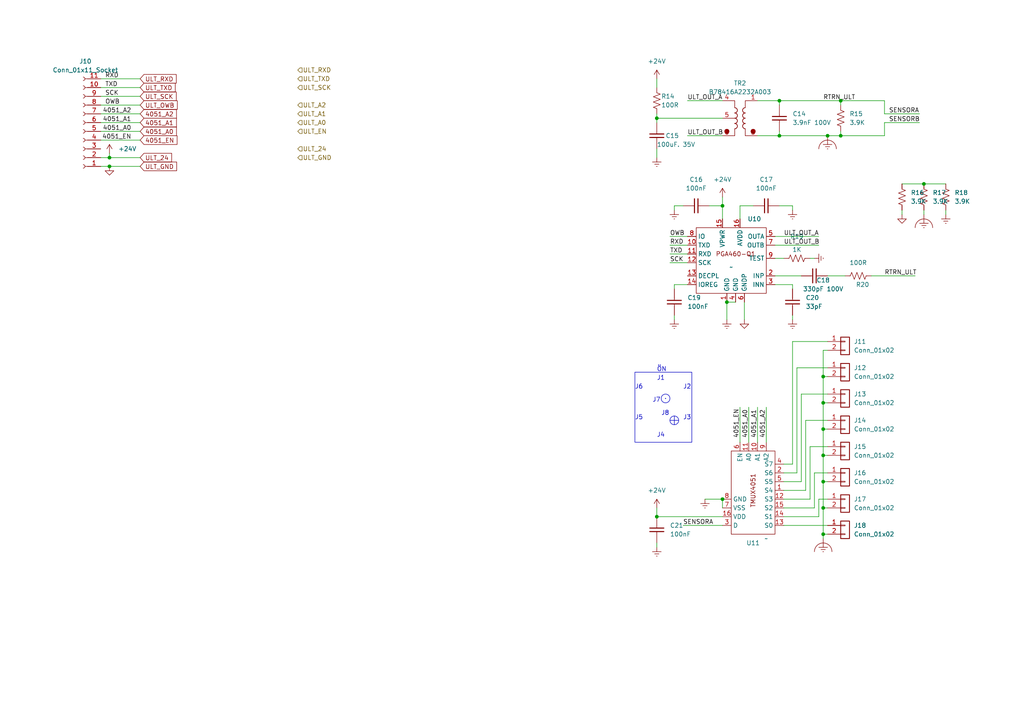
<source format=kicad_sch>
(kicad_sch (version 20230121) (generator eeschema)

  (uuid 56f9c51f-23b4-4e41-835a-6a050e580bd5)

  (paper "A4")

  (lib_symbols
    (symbol "Connector:Conn_01x11_Socket" (pin_names (offset 1.016) hide) (in_bom yes) (on_board yes)
      (property "Reference" "J" (at 0 15.24 0)
        (effects (font (size 1.27 1.27)))
      )
      (property "Value" "Conn_01x11_Socket" (at 0 -15.24 0)
        (effects (font (size 1.27 1.27)))
      )
      (property "Footprint" "" (at 0 0 0)
        (effects (font (size 1.27 1.27)) hide)
      )
      (property "Datasheet" "~" (at 0 0 0)
        (effects (font (size 1.27 1.27)) hide)
      )
      (property "ki_locked" "" (at 0 0 0)
        (effects (font (size 1.27 1.27)))
      )
      (property "ki_keywords" "connector" (at 0 0 0)
        (effects (font (size 1.27 1.27)) hide)
      )
      (property "ki_description" "Generic connector, single row, 01x11, script generated" (at 0 0 0)
        (effects (font (size 1.27 1.27)) hide)
      )
      (property "ki_fp_filters" "Connector*:*_1x??_*" (at 0 0 0)
        (effects (font (size 1.27 1.27)) hide)
      )
      (symbol "Conn_01x11_Socket_1_1"
        (arc (start 0 -12.192) (mid -0.5058 -12.7) (end 0 -13.208)
          (stroke (width 0.1524) (type default))
          (fill (type none))
        )
        (arc (start 0 -9.652) (mid -0.5058 -10.16) (end 0 -10.668)
          (stroke (width 0.1524) (type default))
          (fill (type none))
        )
        (arc (start 0 -7.112) (mid -0.5058 -7.62) (end 0 -8.128)
          (stroke (width 0.1524) (type default))
          (fill (type none))
        )
        (arc (start 0 -4.572) (mid -0.5058 -5.08) (end 0 -5.588)
          (stroke (width 0.1524) (type default))
          (fill (type none))
        )
        (arc (start 0 -2.032) (mid -0.5058 -2.54) (end 0 -3.048)
          (stroke (width 0.1524) (type default))
          (fill (type none))
        )
        (polyline
          (pts
            (xy -1.27 -12.7)
            (xy -0.508 -12.7)
          )
          (stroke (width 0.1524) (type default))
          (fill (type none))
        )
        (polyline
          (pts
            (xy -1.27 -10.16)
            (xy -0.508 -10.16)
          )
          (stroke (width 0.1524) (type default))
          (fill (type none))
        )
        (polyline
          (pts
            (xy -1.27 -7.62)
            (xy -0.508 -7.62)
          )
          (stroke (width 0.1524) (type default))
          (fill (type none))
        )
        (polyline
          (pts
            (xy -1.27 -5.08)
            (xy -0.508 -5.08)
          )
          (stroke (width 0.1524) (type default))
          (fill (type none))
        )
        (polyline
          (pts
            (xy -1.27 -2.54)
            (xy -0.508 -2.54)
          )
          (stroke (width 0.1524) (type default))
          (fill (type none))
        )
        (polyline
          (pts
            (xy -1.27 0)
            (xy -0.508 0)
          )
          (stroke (width 0.1524) (type default))
          (fill (type none))
        )
        (polyline
          (pts
            (xy -1.27 2.54)
            (xy -0.508 2.54)
          )
          (stroke (width 0.1524) (type default))
          (fill (type none))
        )
        (polyline
          (pts
            (xy -1.27 5.08)
            (xy -0.508 5.08)
          )
          (stroke (width 0.1524) (type default))
          (fill (type none))
        )
        (polyline
          (pts
            (xy -1.27 7.62)
            (xy -0.508 7.62)
          )
          (stroke (width 0.1524) (type default))
          (fill (type none))
        )
        (polyline
          (pts
            (xy -1.27 10.16)
            (xy -0.508 10.16)
          )
          (stroke (width 0.1524) (type default))
          (fill (type none))
        )
        (polyline
          (pts
            (xy -1.27 12.7)
            (xy -0.508 12.7)
          )
          (stroke (width 0.1524) (type default))
          (fill (type none))
        )
        (arc (start 0 0.508) (mid -0.5058 0) (end 0 -0.508)
          (stroke (width 0.1524) (type default))
          (fill (type none))
        )
        (arc (start 0 3.048) (mid -0.5058 2.54) (end 0 2.032)
          (stroke (width 0.1524) (type default))
          (fill (type none))
        )
        (arc (start 0 5.588) (mid -0.5058 5.08) (end 0 4.572)
          (stroke (width 0.1524) (type default))
          (fill (type none))
        )
        (arc (start 0 8.128) (mid -0.5058 7.62) (end 0 7.112)
          (stroke (width 0.1524) (type default))
          (fill (type none))
        )
        (arc (start 0 10.668) (mid -0.5058 10.16) (end 0 9.652)
          (stroke (width 0.1524) (type default))
          (fill (type none))
        )
        (arc (start 0 13.208) (mid -0.5058 12.7) (end 0 12.192)
          (stroke (width 0.1524) (type default))
          (fill (type none))
        )
        (pin passive line (at -5.08 12.7 0) (length 3.81)
          (name "Pin_1" (effects (font (size 1.27 1.27))))
          (number "1" (effects (font (size 1.27 1.27))))
        )
        (pin passive line (at -5.08 -10.16 0) (length 3.81)
          (name "Pin_10" (effects (font (size 1.27 1.27))))
          (number "10" (effects (font (size 1.27 1.27))))
        )
        (pin passive line (at -5.08 -12.7 0) (length 3.81)
          (name "Pin_11" (effects (font (size 1.27 1.27))))
          (number "11" (effects (font (size 1.27 1.27))))
        )
        (pin passive line (at -5.08 10.16 0) (length 3.81)
          (name "Pin_2" (effects (font (size 1.27 1.27))))
          (number "2" (effects (font (size 1.27 1.27))))
        )
        (pin passive line (at -5.08 7.62 0) (length 3.81)
          (name "Pin_3" (effects (font (size 1.27 1.27))))
          (number "3" (effects (font (size 1.27 1.27))))
        )
        (pin passive line (at -5.08 5.08 0) (length 3.81)
          (name "Pin_4" (effects (font (size 1.27 1.27))))
          (number "4" (effects (font (size 1.27 1.27))))
        )
        (pin passive line (at -5.08 2.54 0) (length 3.81)
          (name "Pin_5" (effects (font (size 1.27 1.27))))
          (number "5" (effects (font (size 1.27 1.27))))
        )
        (pin passive line (at -5.08 0 0) (length 3.81)
          (name "Pin_6" (effects (font (size 1.27 1.27))))
          (number "6" (effects (font (size 1.27 1.27))))
        )
        (pin passive line (at -5.08 -2.54 0) (length 3.81)
          (name "Pin_7" (effects (font (size 1.27 1.27))))
          (number "7" (effects (font (size 1.27 1.27))))
        )
        (pin passive line (at -5.08 -5.08 0) (length 3.81)
          (name "Pin_8" (effects (font (size 1.27 1.27))))
          (number "8" (effects (font (size 1.27 1.27))))
        )
        (pin passive line (at -5.08 -7.62 0) (length 3.81)
          (name "Pin_9" (effects (font (size 1.27 1.27))))
          (number "9" (effects (font (size 1.27 1.27))))
        )
      )
    )
    (symbol "Connector_Generic:Conn_01x02" (pin_names (offset 1.016) hide) (in_bom yes) (on_board yes)
      (property "Reference" "J" (at 0 2.54 0)
        (effects (font (size 1.27 1.27)))
      )
      (property "Value" "Conn_01x02" (at 0 -5.08 0)
        (effects (font (size 1.27 1.27)))
      )
      (property "Footprint" "" (at 0 0 0)
        (effects (font (size 1.27 1.27)) hide)
      )
      (property "Datasheet" "~" (at 0 0 0)
        (effects (font (size 1.27 1.27)) hide)
      )
      (property "ki_keywords" "connector" (at 0 0 0)
        (effects (font (size 1.27 1.27)) hide)
      )
      (property "ki_description" "Generic connector, single row, 01x02, script generated (kicad-library-utils/schlib/autogen/connector/)" (at 0 0 0)
        (effects (font (size 1.27 1.27)) hide)
      )
      (property "ki_fp_filters" "Connector*:*_1x??_*" (at 0 0 0)
        (effects (font (size 1.27 1.27)) hide)
      )
      (symbol "Conn_01x02_1_1"
        (rectangle (start -1.27 -2.413) (end 0 -2.667)
          (stroke (width 0.1524) (type default))
          (fill (type none))
        )
        (rectangle (start -1.27 0.127) (end 0 -0.127)
          (stroke (width 0.1524) (type default))
          (fill (type none))
        )
        (rectangle (start -1.27 1.27) (end 1.27 -3.81)
          (stroke (width 0.254) (type default))
          (fill (type none))
        )
        (pin passive line (at -5.08 0 0) (length 3.81)
          (name "Pin_1" (effects (font (size 1.27 1.27))))
          (number "1" (effects (font (size 1.27 1.27))))
        )
        (pin passive line (at -5.08 -2.54 0) (length 3.81)
          (name "Pin_2" (effects (font (size 1.27 1.27))))
          (number "2" (effects (font (size 1.27 1.27))))
        )
      )
    )
    (symbol "Device:C" (pin_numbers hide) (pin_names (offset 0.254)) (in_bom yes) (on_board yes)
      (property "Reference" "C" (at 0.635 2.54 0)
        (effects (font (size 1.27 1.27)) (justify left))
      )
      (property "Value" "C" (at 0.635 -2.54 0)
        (effects (font (size 1.27 1.27)) (justify left))
      )
      (property "Footprint" "" (at 0.9652 -3.81 0)
        (effects (font (size 1.27 1.27)) hide)
      )
      (property "Datasheet" "~" (at 0 0 0)
        (effects (font (size 1.27 1.27)) hide)
      )
      (property "ki_keywords" "cap capacitor" (at 0 0 0)
        (effects (font (size 1.27 1.27)) hide)
      )
      (property "ki_description" "Unpolarized capacitor" (at 0 0 0)
        (effects (font (size 1.27 1.27)) hide)
      )
      (property "ki_fp_filters" "C_*" (at 0 0 0)
        (effects (font (size 1.27 1.27)) hide)
      )
      (symbol "C_0_1"
        (polyline
          (pts
            (xy 0 -1.016)
            (xy 0 -0.508)
          )
          (stroke (width 0) (type default))
          (fill (type none))
        )
        (polyline
          (pts
            (xy 0 0.508)
            (xy 0 1.016)
          )
          (stroke (width 0) (type default))
          (fill (type none))
        )
      )
      (symbol "C_1_1"
        (polyline
          (pts
            (xy -2.032 -0.508)
            (xy 2.032 -0.508)
          )
          (stroke (width 0.3) (type default))
          (fill (type none))
        )
        (polyline
          (pts
            (xy -2.032 0.508)
            (xy 2.032 0.508)
          )
          (stroke (width 0.3) (type default))
          (fill (type none))
        )
        (pin passive line (at 0 3.81 270) (length 2.794)
          (name "~" (effects (font (size 1.27 1.27))))
          (number "1" (effects (font (size 1.27 1.27))))
        )
        (pin passive line (at 0 -3.81 90) (length 2.794)
          (name "~" (effects (font (size 1.27 1.27))))
          (number "2" (effects (font (size 1.27 1.27))))
        )
      )
    )
    (symbol "Device:R" (pin_numbers hide) (pin_names (offset 0)) (in_bom yes) (on_board yes)
      (property "Reference" "R" (at -4.318 0 90)
        (effects (font (size 1.27 1.27)))
      )
      (property "Value" "R" (at -2.54 0 90)
        (effects (font (size 1.27 1.27)))
      )
      (property "Footprint" "" (at -1.778 0 90)
        (effects (font (size 1.27 1.27)) hide)
      )
      (property "Datasheet" "~" (at 0 0 0)
        (effects (font (size 1.27 1.27)) hide)
      )
      (property "ki_keywords" "R res resistor" (at 0 0 0)
        (effects (font (size 1.27 1.27)) hide)
      )
      (property "ki_description" "Resistor" (at 0 0 0)
        (effects (font (size 1.27 1.27)) hide)
      )
      (property "ki_fp_filters" "R_*" (at 0 0 0)
        (effects (font (size 1.27 1.27)) hide)
      )
      (symbol "R_0_1"
        (polyline
          (pts
            (xy 0 -2.286)
            (xy 0 -2.54)
          )
          (stroke (width 0) (type default))
          (fill (type none))
        )
        (polyline
          (pts
            (xy 0 2.286)
            (xy 0 2.54)
          )
          (stroke (width 0) (type default))
          (fill (type none))
        )
        (polyline
          (pts
            (xy 0 -0.762)
            (xy 1.016 -1.143)
            (xy 0 -1.524)
            (xy -1.016 -1.905)
            (xy 0 -2.286)
          )
          (stroke (width 0) (type default))
          (fill (type none))
        )
        (polyline
          (pts
            (xy 0 0.762)
            (xy 1.016 0.381)
            (xy 0 0)
            (xy -1.016 -0.381)
            (xy 0 -0.762)
          )
          (stroke (width 0) (type default))
          (fill (type none))
        )
        (polyline
          (pts
            (xy 0 2.286)
            (xy 1.016 1.905)
            (xy 0 1.524)
            (xy -1.016 1.143)
            (xy 0 0.762)
          )
          (stroke (width 0) (type default))
          (fill (type none))
        )
      )
      (symbol "R_1_1"
        (pin passive line (at 0 3.81 270) (length 1.27)
          (name "~" (effects (font (size 1.27 1.27))))
          (number "1" (effects (font (size 1.27 1.27))))
        )
        (pin passive line (at 0 -3.81 90) (length 1.27)
          (name "~" (effects (font (size 1.27 1.27))))
          (number "2" (effects (font (size 1.27 1.27))))
        )
      )
    )
    (symbol "Transformer:ADT2-1T" (pin_names hide) (in_bom yes) (on_board yes)
      (property "Reference" "TR" (at 0 6.35 0)
        (effects (font (size 1.27 1.27)))
      )
      (property "Value" "ADT2-1T" (at 0 -6.985 0)
        (effects (font (size 1.27 1.27)))
      )
      (property "Footprint" "RF_Mini-Circuits:Mini-Circuits_CD542_H2.84mm" (at 0 -8.89 0)
        (effects (font (size 1.27 1.27)) hide)
      )
      (property "Datasheet" "https://www.minicircuits.com/pdfs/ADT2-1T+.pdf" (at 0 0 0)
        (effects (font (size 1.27 1.27)) hide)
      )
      (property "ki_keywords" "Mini-Circuits RF Transformer" (at 0 0 0)
        (effects (font (size 1.27 1.27)) hide)
      )
      (property "ki_description" "0.40-450MHz 1:2 RF Transformer, Unbalanced to Balanced Center Tap, CD542" (at 0 0 0)
        (effects (font (size 1.27 1.27)) hide)
      )
      (property "ki_fp_filters" "Mini?Circuits*CD542*" (at 0 0 0)
        (effects (font (size 1.27 1.27)) hide)
      )
      (symbol "ADT2-1T_0_1"
        (circle (center -3.81 3.81) (radius 0.635)
          (stroke (width 0) (type default))
          (fill (type outline))
        )
        (arc (start -1.524 -3.048) (mid -0.7653 -2.286) (end -1.524 -1.524)
          (stroke (width 0.2032) (type default))
          (fill (type none))
        )
        (arc (start -1.524 -1.524) (mid -0.7653 -0.762) (end -1.524 0)
          (stroke (width 0.2032) (type default))
          (fill (type none))
        )
        (arc (start -1.524 0) (mid -0.7653 0.762) (end -1.524 1.524)
          (stroke (width 0.2032) (type default))
          (fill (type none))
        )
        (arc (start -1.524 1.524) (mid -0.7653 2.286) (end -1.524 3.048)
          (stroke (width 0.2032) (type default))
          (fill (type none))
        )
        (polyline
          (pts
            (xy 2.54 0)
            (xy 1.27 0)
          )
          (stroke (width 0.1524) (type default))
          (fill (type none))
        )
        (polyline
          (pts
            (xy -2.54 5.08)
            (xy -1.524 5.08)
            (xy -1.524 3.048)
          )
          (stroke (width 0.1524) (type default))
          (fill (type none))
        )
        (polyline
          (pts
            (xy -1.524 -3.048)
            (xy -1.524 -5.08)
            (xy -2.54 -5.08)
          )
          (stroke (width 0.1524) (type default))
          (fill (type none))
        )
        (polyline
          (pts
            (xy 1.524 3.048)
            (xy 1.524 5.08)
            (xy 2.54 5.08)
          )
          (stroke (width 0.1524) (type default))
          (fill (type none))
        )
        (polyline
          (pts
            (xy 2.54 -5.08)
            (xy 1.524 -5.08)
            (xy 1.524 -3.048)
          )
          (stroke (width 0.1524) (type default))
          (fill (type none))
        )
        (arc (start 1.524 -1.524) (mid 0.7653 -2.286) (end 1.524 -3.048)
          (stroke (width 0.2032) (type default))
          (fill (type none))
        )
        (arc (start 1.524 0) (mid 0.7653 -0.762) (end 1.524 -1.524)
          (stroke (width 0.2032) (type default))
          (fill (type none))
        )
        (arc (start 1.524 1.524) (mid 0.7653 0.762) (end 1.524 0)
          (stroke (width 0.2032) (type default))
          (fill (type none))
        )
        (arc (start 1.524 3.048) (mid 0.7653 2.286) (end 1.524 1.524)
          (stroke (width 0.2032) (type default))
          (fill (type none))
        )
        (circle (center 3.81 3.81) (radius 0.635)
          (stroke (width 0) (type default))
          (fill (type outline))
        )
      )
      (symbol "ADT2-1T_1_1"
        (pin passive line (at -5.08 -5.08 0) (length 2.54)
          (name "~" (effects (font (size 1.27 1.27))))
          (number "1" (effects (font (size 1.27 1.27))))
        )
        (pin no_connect line (at -2.54 0 0) (length 2.54) hide
          (name "~" (effects (font (size 1.27 1.27))))
          (number "2" (effects (font (size 1.27 1.27))))
        )
        (pin passive line (at -5.08 5.08 0) (length 2.54)
          (name "~" (effects (font (size 1.27 1.27))))
          (number "3" (effects (font (size 1.27 1.27))))
        )
        (pin passive line (at 5.08 -5.08 180) (length 2.54)
          (name "~" (effects (font (size 1.27 1.27))))
          (number "4" (effects (font (size 1.27 1.27))))
        )
        (pin passive line (at 5.08 0 180) (length 2.54)
          (name "~" (effects (font (size 1.27 1.27))))
          (number "5" (effects (font (size 1.27 1.27))))
        )
        (pin passive line (at 5.08 5.08 180) (length 2.54)
          (name "~" (effects (font (size 1.27 1.27))))
          (number "6" (effects (font (size 1.27 1.27))))
        )
      )
    )
    (symbol "butterfly:PGA460-Q1" (in_bom yes) (on_board yes)
      (property "Reference" "U" (at -8.89 12.7 0)
        (effects (font (size 1.27 1.27)))
      )
      (property "Value" "" (at 0 0 0)
        (effects (font (size 1.27 1.27)))
      )
      (property "Footprint" "" (at 0 0 0)
        (effects (font (size 1.27 1.27)) hide)
      )
      (property "Datasheet" "" (at 0 0 0)
        (effects (font (size 1.27 1.27)) hide)
      )
      (symbol "PGA460-Q1_0_1"
        (rectangle (start -10.16 11.43) (end 10.16 -7.62)
          (stroke (width 0) (type default))
          (fill (type none))
        )
      )
      (symbol "PGA460-Q1_1_1"
        (text "PGA460-Q1" (at 1.27 3.81 0)
          (effects (font (size 1.27 1.27)))
        )
        (pin input line (at -1.27 -10.16 90) (length 2.54)
          (name "GND" (effects (font (size 1.27 1.27))))
          (number "1" (effects (font (size 1.27 1.27))))
        )
        (pin input line (at -12.7 6.35 0) (length 2.54)
          (name "TXD" (effects (font (size 1.27 1.27))))
          (number "10" (effects (font (size 1.27 1.27))))
        )
        (pin input line (at -12.7 3.81 0) (length 2.54)
          (name "RXD" (effects (font (size 1.27 1.27))))
          (number "11" (effects (font (size 1.27 1.27))))
        )
        (pin input line (at -12.7 1.27 0) (length 2.54)
          (name "SCK" (effects (font (size 1.27 1.27))))
          (number "12" (effects (font (size 1.27 1.27))))
        )
        (pin input line (at -12.7 -2.54 0) (length 2.54)
          (name "DECPL" (effects (font (size 1.27 1.27))))
          (number "13" (effects (font (size 1.27 1.27))))
        )
        (pin input line (at -12.7 -5.08 0) (length 2.54)
          (name "IOREG" (effects (font (size 1.27 1.27))))
          (number "14" (effects (font (size 1.27 1.27))))
        )
        (pin input line (at -2.54 13.97 270) (length 2.54)
          (name "VPWR" (effects (font (size 1.27 1.27))))
          (number "15" (effects (font (size 1.27 1.27))))
        )
        (pin input line (at 2.54 13.97 270) (length 2.54)
          (name "AVDD" (effects (font (size 1.27 1.27))))
          (number "16" (effects (font (size 1.27 1.27))))
        )
        (pin input line (at 12.7 -2.54 180) (length 2.54)
          (name "INP" (effects (font (size 1.27 1.27))))
          (number "2" (effects (font (size 1.27 1.27))))
        )
        (pin input line (at 12.7 -5.08 180) (length 2.54)
          (name "INN" (effects (font (size 1.27 1.27))))
          (number "3" (effects (font (size 1.27 1.27))))
        )
        (pin input line (at 1.27 -10.16 90) (length 2.54)
          (name "GND" (effects (font (size 1.27 1.27))))
          (number "4" (effects (font (size 1.27 1.27))))
        )
        (pin input line (at 12.7 8.89 180) (length 2.54)
          (name "OUTA" (effects (font (size 1.27 1.27))))
          (number "5" (effects (font (size 1.27 1.27))))
        )
        (pin input line (at 3.81 -10.16 90) (length 2.54)
          (name "GNDP" (effects (font (size 1.27 1.27))))
          (number "6" (effects (font (size 1.27 1.27))))
        )
        (pin input line (at 12.7 6.35 180) (length 2.54)
          (name "OUTB" (effects (font (size 1.27 1.27))))
          (number "7" (effects (font (size 1.27 1.27))))
        )
        (pin input line (at -12.7 8.89 0) (length 2.54)
          (name "IO" (effects (font (size 1.27 1.27))))
          (number "8" (effects (font (size 1.27 1.27))))
        )
        (pin input line (at 12.7 2.54 180) (length 2.54)
          (name "TEST" (effects (font (size 1.27 1.27))))
          (number "9" (effects (font (size 1.27 1.27))))
        )
      )
    )
    (symbol "butterfly:TMUX4051" (in_bom yes) (on_board yes)
      (property "Reference" "U" (at -5.08 7.62 0)
        (effects (font (size 1.27 1.27)))
      )
      (property "Value" "" (at -5.08 7.62 0)
        (effects (font (size 1.27 1.27)))
      )
      (property "Footprint" "" (at -5.08 7.62 0)
        (effects (font (size 1.27 1.27)) hide)
      )
      (property "Datasheet" "" (at -5.08 7.62 0)
        (effects (font (size 1.27 1.27)) hide)
      )
      (symbol "TMUX4051_0_1"
        (rectangle (start -7.62 6.35) (end 5.08 -17.78)
          (stroke (width 0) (type default))
          (fill (type none))
        )
      )
      (symbol "TMUX4051_1_1"
        (text "TMUX4051" (at -1.27 -6.35 900)
          (effects (font (size 1.27 1.27)))
        )
        (pin input line (at -10.16 -6.35 0) (length 2.54)
          (name "S4" (effects (font (size 1.27 1.27))))
          (number "1" (effects (font (size 1.27 1.27))))
        )
        (pin input line (at -2.54 -20.32 90) (length 2.54)
          (name "A1" (effects (font (size 1.27 1.27))))
          (number "10" (effects (font (size 1.27 1.27))))
        )
        (pin input line (at 0 -20.32 90) (length 2.54)
          (name "A0" (effects (font (size 1.27 1.27))))
          (number "11" (effects (font (size 1.27 1.27))))
        )
        (pin input line (at -10.16 -3.81 0) (length 2.54)
          (name "S3" (effects (font (size 1.27 1.27))))
          (number "12" (effects (font (size 1.27 1.27))))
        )
        (pin input line (at -10.16 3.81 0) (length 2.54)
          (name "S0" (effects (font (size 1.27 1.27))))
          (number "13" (effects (font (size 1.27 1.27))))
        )
        (pin input line (at -10.16 1.27 0) (length 2.54)
          (name "S1" (effects (font (size 1.27 1.27))))
          (number "14" (effects (font (size 1.27 1.27))))
        )
        (pin input line (at -10.16 -1.27 0) (length 2.54)
          (name "S2" (effects (font (size 1.27 1.27))))
          (number "15" (effects (font (size 1.27 1.27))))
        )
        (pin input line (at 7.62 1.27 180) (length 2.54)
          (name "VDD" (effects (font (size 1.27 1.27))))
          (number "16" (effects (font (size 1.27 1.27))))
        )
        (pin input line (at -10.16 -11.43 0) (length 2.54)
          (name "S6" (effects (font (size 1.27 1.27))))
          (number "2" (effects (font (size 1.27 1.27))))
        )
        (pin input line (at 7.62 3.81 180) (length 2.54)
          (name "D" (effects (font (size 1.27 1.27))))
          (number "3" (effects (font (size 1.27 1.27))))
        )
        (pin input line (at -10.16 -13.97 0) (length 2.54)
          (name "S7" (effects (font (size 1.27 1.27))))
          (number "4" (effects (font (size 1.27 1.27))))
        )
        (pin input line (at -10.16 -8.89 0) (length 2.54)
          (name "S5" (effects (font (size 1.27 1.27))))
          (number "5" (effects (font (size 1.27 1.27))))
        )
        (pin input line (at 2.54 -20.32 90) (length 2.54)
          (name "EN" (effects (font (size 1.27 1.27))))
          (number "6" (effects (font (size 1.27 1.27))))
        )
        (pin input line (at 7.62 -1.27 180) (length 2.54)
          (name "VSS" (effects (font (size 1.27 1.27))))
          (number "7" (effects (font (size 1.27 1.27))))
        )
        (pin input line (at 7.62 -3.81 180) (length 2.54)
          (name "GND" (effects (font (size 1.27 1.27))))
          (number "8" (effects (font (size 1.27 1.27))))
        )
        (pin input line (at -5.08 -20.32 90) (length 2.54)
          (name "A2" (effects (font (size 1.27 1.27))))
          (number "9" (effects (font (size 1.27 1.27))))
        )
      )
    )
    (symbol "power:+24V" (power) (pin_names (offset 0)) (in_bom yes) (on_board yes)
      (property "Reference" "#PWR" (at 0 -3.81 0)
        (effects (font (size 1.27 1.27)) hide)
      )
      (property "Value" "+24V" (at 0 3.556 0)
        (effects (font (size 1.27 1.27)))
      )
      (property "Footprint" "" (at 0 0 0)
        (effects (font (size 1.27 1.27)) hide)
      )
      (property "Datasheet" "" (at 0 0 0)
        (effects (font (size 1.27 1.27)) hide)
      )
      (property "ki_keywords" "global power" (at 0 0 0)
        (effects (font (size 1.27 1.27)) hide)
      )
      (property "ki_description" "Power symbol creates a global label with name \"+24V\"" (at 0 0 0)
        (effects (font (size 1.27 1.27)) hide)
      )
      (symbol "+24V_0_1"
        (polyline
          (pts
            (xy -0.762 1.27)
            (xy 0 2.54)
          )
          (stroke (width 0) (type default))
          (fill (type none))
        )
        (polyline
          (pts
            (xy 0 0)
            (xy 0 2.54)
          )
          (stroke (width 0) (type default))
          (fill (type none))
        )
        (polyline
          (pts
            (xy 0 2.54)
            (xy 0.762 1.27)
          )
          (stroke (width 0) (type default))
          (fill (type none))
        )
      )
      (symbol "+24V_1_1"
        (pin power_in line (at 0 0 90) (length 0) hide
          (name "+24V" (effects (font (size 1.27 1.27))))
          (number "1" (effects (font (size 1.27 1.27))))
        )
      )
    )
    (symbol "power:Earth" (power) (pin_names (offset 0)) (in_bom yes) (on_board yes)
      (property "Reference" "#PWR" (at 0 -6.35 0)
        (effects (font (size 1.27 1.27)) hide)
      )
      (property "Value" "Earth" (at 0 -3.81 0)
        (effects (font (size 1.27 1.27)) hide)
      )
      (property "Footprint" "" (at 0 0 0)
        (effects (font (size 1.27 1.27)) hide)
      )
      (property "Datasheet" "~" (at 0 0 0)
        (effects (font (size 1.27 1.27)) hide)
      )
      (property "ki_keywords" "global ground gnd" (at 0 0 0)
        (effects (font (size 1.27 1.27)) hide)
      )
      (property "ki_description" "Power symbol creates a global label with name \"Earth\"" (at 0 0 0)
        (effects (font (size 1.27 1.27)) hide)
      )
      (symbol "Earth_0_1"
        (polyline
          (pts
            (xy -0.635 -1.905)
            (xy 0.635 -1.905)
          )
          (stroke (width 0) (type default))
          (fill (type none))
        )
        (polyline
          (pts
            (xy -0.127 -2.54)
            (xy 0.127 -2.54)
          )
          (stroke (width 0) (type default))
          (fill (type none))
        )
        (polyline
          (pts
            (xy 0 -1.27)
            (xy 0 0)
          )
          (stroke (width 0) (type default))
          (fill (type none))
        )
        (polyline
          (pts
            (xy 1.27 -1.27)
            (xy -1.27 -1.27)
          )
          (stroke (width 0) (type default))
          (fill (type none))
        )
      )
      (symbol "Earth_1_1"
        (pin power_in line (at 0 0 270) (length 0) hide
          (name "Earth" (effects (font (size 1.27 1.27))))
          (number "1" (effects (font (size 1.27 1.27))))
        )
      )
    )
    (symbol "power:Earth_Clean" (power) (pin_names (offset 0)) (in_bom yes) (on_board yes)
      (property "Reference" "#PWR" (at 6.35 0 0)
        (effects (font (size 1.27 1.27)) hide)
      )
      (property "Value" "Earth_Clean" (at 7.62 -3.81 0)
        (effects (font (size 1.27 1.27)) hide)
      )
      (property "Footprint" "" (at 0 -1.27 0)
        (effects (font (size 1.27 1.27)) hide)
      )
      (property "Datasheet" "~" (at 0 -1.27 0)
        (effects (font (size 1.27 1.27)) hide)
      )
      (property "ki_keywords" "global ground gnd clean signal" (at 0 0 0)
        (effects (font (size 1.27 1.27)) hide)
      )
      (property "ki_description" "Power symbol creates a global label with name \"Earth_Clean\"" (at 0 0 0)
        (effects (font (size 1.27 1.27)) hide)
      )
      (symbol "Earth_Clean_0_1"
        (polyline
          (pts
            (xy -0.635 -3.175)
            (xy 0.635 -3.175)
          )
          (stroke (width 0) (type default))
          (fill (type none))
        )
        (polyline
          (pts
            (xy -0.127 -3.81)
            (xy 0.127 -3.81)
          )
          (stroke (width 0) (type default))
          (fill (type none))
        )
        (polyline
          (pts
            (xy 0 -2.54)
            (xy 0 0)
          )
          (stroke (width 0) (type default))
          (fill (type none))
        )
        (polyline
          (pts
            (xy 1.27 -2.54)
            (xy -1.27 -2.54)
          )
          (stroke (width 0) (type default))
          (fill (type none))
        )
        (arc (start 2.54 -3.81) (mid 0 -1.281) (end -2.54 -3.81)
          (stroke (width 0) (type default))
          (fill (type none))
        )
      )
      (symbol "Earth_Clean_1_1"
        (pin power_in line (at 0 0 270) (length 0) hide
          (name "Earth_Clean" (effects (font (size 1.27 1.27))))
          (number "1" (effects (font (size 1.27 1.27))))
        )
      )
    )
    (symbol "power:GND" (power) (pin_names (offset 0)) (in_bom yes) (on_board yes)
      (property "Reference" "#PWR" (at 0 -6.35 0)
        (effects (font (size 1.27 1.27)) hide)
      )
      (property "Value" "GND" (at 0 -3.81 0)
        (effects (font (size 1.27 1.27)))
      )
      (property "Footprint" "" (at 0 0 0)
        (effects (font (size 1.27 1.27)) hide)
      )
      (property "Datasheet" "" (at 0 0 0)
        (effects (font (size 1.27 1.27)) hide)
      )
      (property "ki_keywords" "global power" (at 0 0 0)
        (effects (font (size 1.27 1.27)) hide)
      )
      (property "ki_description" "Power symbol creates a global label with name \"GND\" , ground" (at 0 0 0)
        (effects (font (size 1.27 1.27)) hide)
      )
      (symbol "GND_0_1"
        (polyline
          (pts
            (xy 0 0)
            (xy 0 -1.27)
            (xy 1.27 -1.27)
            (xy 0 -2.54)
            (xy -1.27 -1.27)
            (xy 0 -1.27)
          )
          (stroke (width 0) (type default))
          (fill (type none))
        )
      )
      (symbol "GND_1_1"
        (pin power_in line (at 0 0 270) (length 0) hide
          (name "GND" (effects (font (size 1.27 1.27))))
          (number "1" (effects (font (size 1.27 1.27))))
        )
      )
    )
  )

  (junction (at 210.82 87.63) (diameter 0) (color 0 0 0 0)
    (uuid 03524483-0df6-470e-a026-4bbb951bb023)
  )
  (junction (at 267.97 53.34) (diameter 0) (color 0 0 0 0)
    (uuid 1ce7b9b0-6c34-4f71-bba4-c9f3cd68e3ba)
  )
  (junction (at 209.55 144.78) (diameter 0) (color 0 0 0 0)
    (uuid 1e843415-9e23-4c5f-8b72-909b42e41385)
  )
  (junction (at 31.75 45.72) (diameter 0) (color 0 0 0 0)
    (uuid 23729040-e498-4f53-9d8d-549794c48278)
  )
  (junction (at 238.76 109.22) (diameter 0) (color 0 0 0 0)
    (uuid 48a7302e-712d-459c-826c-98897c1cd6a0)
  )
  (junction (at 240.03 39.37) (diameter 0) (color 0 0 0 0)
    (uuid 4b973b2d-4b1a-4c03-a7fa-df977b1a045d)
  )
  (junction (at 238.76 147.32) (diameter 0) (color 0 0 0 0)
    (uuid 7341058a-74b3-4c6c-873f-55d4e324995c)
  )
  (junction (at 190.5 149.86) (diameter 0) (color 0 0 0 0)
    (uuid 74a2adc9-a6d8-44eb-88f6-e90acda13fd1)
  )
  (junction (at 238.76 116.84) (diameter 0) (color 0 0 0 0)
    (uuid 75c9287f-82fd-4f0b-b537-af0b43091d07)
  )
  (junction (at 238.76 154.94) (diameter 0) (color 0 0 0 0)
    (uuid 9a0c177c-834e-4525-be85-09c12a8b0a82)
  )
  (junction (at 31.75 48.26) (diameter 0) (color 0 0 0 0)
    (uuid a7bb760e-a8e7-46e6-9e8a-22fb440ac909)
  )
  (junction (at 226.06 39.37) (diameter 0) (color 0 0 0 0)
    (uuid bbed02d1-d02a-4fbc-b556-2a43c1ed531a)
  )
  (junction (at 243.84 39.37) (diameter 0) (color 0 0 0 0)
    (uuid c5ddd904-4040-49e5-96fd-fa5963df73b6)
  )
  (junction (at 238.76 132.08) (diameter 0) (color 0 0 0 0)
    (uuid dc287d74-3311-4368-b015-f58a9afaffec)
  )
  (junction (at 238.76 124.46) (diameter 0) (color 0 0 0 0)
    (uuid dc6492f6-2512-4660-b0cc-1b036b34db66)
  )
  (junction (at 226.06 29.21) (diameter 0) (color 0 0 0 0)
    (uuid e35c2f09-172c-4127-a758-243eb63f7fc0)
  )
  (junction (at 190.5 34.29) (diameter 0) (color 0 0 0 0)
    (uuid e89d8ffd-bbfb-4c10-8c0e-b5e586fabfe3)
  )
  (junction (at 238.76 139.7) (diameter 0) (color 0 0 0 0)
    (uuid eff30ca7-aaf1-4290-a6c2-bb9cdf33a8a3)
  )
  (junction (at 209.55 59.69) (diameter 0) (color 0 0 0 0)
    (uuid f8c912e5-abbd-47b2-ab7f-06e5e8738c05)
  )
  (junction (at 243.84 29.21) (diameter 0) (color 0 0 0 0)
    (uuid f9107f2e-12f2-4736-8b70-c399b5eccd9b)
  )

  (wire (pts (xy 209.55 149.86) (xy 190.5 149.86))
    (stroke (width 0) (type default))
    (uuid 026d24df-76cf-438b-8816-2e5932a1e39c)
  )
  (wire (pts (xy 194.31 68.58) (xy 199.39 68.58))
    (stroke (width 0) (type default))
    (uuid 03a8ae59-50f7-4e5d-9b28-bf4121be9f32)
  )
  (wire (pts (xy 31.75 48.26) (xy 40.64 48.26))
    (stroke (width 0) (type default))
    (uuid 03f3c85a-d9f5-46d2-819b-8515c78ee6ee)
  )
  (wire (pts (xy 243.84 39.37) (xy 256.54 39.37))
    (stroke (width 0) (type default))
    (uuid 0655c514-8101-4205-b2e8-a937c516a434)
  )
  (wire (pts (xy 238.76 124.46) (xy 238.76 132.08))
    (stroke (width 0) (type default))
    (uuid 09628999-e328-44cd-ada3-9ef804077bec)
  )
  (wire (pts (xy 199.39 29.21) (xy 209.55 29.21))
    (stroke (width 0) (type default))
    (uuid 0c68431f-0e7b-4c00-a63a-1efb3201ea52)
  )
  (wire (pts (xy 240.03 109.22) (xy 238.76 109.22))
    (stroke (width 0) (type default))
    (uuid 0d1bd1d8-df2e-47d1-a23e-d37cb6982c62)
  )
  (wire (pts (xy 240.03 101.6) (xy 238.76 101.6))
    (stroke (width 0) (type default))
    (uuid 0d2299d8-7a9b-4c25-8722-7ea857fb84ba)
  )
  (wire (pts (xy 240.03 154.94) (xy 238.76 154.94))
    (stroke (width 0) (type default))
    (uuid 11ab00dc-79dc-4419-8a0e-3c2bec7c2195)
  )
  (wire (pts (xy 227.33 139.7) (xy 232.41 139.7))
    (stroke (width 0) (type default))
    (uuid 143ad8c6-6ea8-4292-984a-61e7b7f0f8a1)
  )
  (wire (pts (xy 198.12 59.69) (xy 195.58 59.69))
    (stroke (width 0) (type default))
    (uuid 1463c057-190a-4adf-810b-e03b75876bae)
  )
  (wire (pts (xy 194.31 76.2) (xy 199.39 76.2))
    (stroke (width 0) (type default))
    (uuid 1966b8aa-6a63-41f3-ab10-22a934856a01)
  )
  (wire (pts (xy 243.84 38.1) (xy 243.84 39.37))
    (stroke (width 0) (type default))
    (uuid 1ba9fc12-cbf1-4d82-bf4a-37a6b8ad38ec)
  )
  (wire (pts (xy 240.03 124.46) (xy 238.76 124.46))
    (stroke (width 0) (type default))
    (uuid 1c1b11e0-a485-441b-a664-004991aeeb29)
  )
  (wire (pts (xy 195.58 82.55) (xy 199.39 82.55))
    (stroke (width 0) (type default))
    (uuid 1f725b69-80d1-483a-a3a8-d7bf373f0bfb)
  )
  (wire (pts (xy 229.87 59.69) (xy 226.06 59.69))
    (stroke (width 0) (type default))
    (uuid 211c8a76-caa3-45a5-9aed-4832daeb91b1)
  )
  (wire (pts (xy 233.68 121.92) (xy 240.03 121.92))
    (stroke (width 0) (type default))
    (uuid 21384dee-f400-4af5-95c5-dcd9f2a2ac3d)
  )
  (wire (pts (xy 240.03 116.84) (xy 238.76 116.84))
    (stroke (width 0) (type default))
    (uuid 2756ec6f-6805-4858-9fdb-dc13331a2a77)
  )
  (wire (pts (xy 234.95 144.78) (xy 234.95 129.54))
    (stroke (width 0) (type default))
    (uuid 298b12a3-9aba-4d4c-85ac-d96be308632f)
  )
  (wire (pts (xy 219.71 118.11) (xy 219.71 128.27))
    (stroke (width 0) (type default))
    (uuid 2b3d06b2-0445-4fa8-8c2d-a010b143f93d)
  )
  (wire (pts (xy 190.5 158.75) (xy 190.5 157.48))
    (stroke (width 0) (type default))
    (uuid 30074c50-616c-4dfe-859f-a291aa8eeff0)
  )
  (wire (pts (xy 190.5 43.18) (xy 190.5 45.72))
    (stroke (width 0) (type default))
    (uuid 30745da3-8856-4612-8e67-9fabf96c7288)
  )
  (wire (pts (xy 224.79 74.93) (xy 227.33 74.93))
    (stroke (width 0) (type default))
    (uuid 30832cd3-e5ba-427f-bd99-f05293ceeabc)
  )
  (wire (pts (xy 29.21 25.4) (xy 40.64 25.4))
    (stroke (width 0) (type default))
    (uuid 33b49b7e-4d77-43f8-a6b2-fc55ddd5a6d9)
  )
  (wire (pts (xy 190.5 149.86) (xy 190.5 147.32))
    (stroke (width 0) (type default))
    (uuid 36f05492-a2c1-49dc-b0d0-ced56e6b5e7b)
  )
  (wire (pts (xy 226.06 29.21) (xy 226.06 30.48))
    (stroke (width 0) (type default))
    (uuid 3e8d0de7-c475-470e-9d3b-b037ef1df4f0)
  )
  (wire (pts (xy 238.76 132.08) (xy 238.76 139.7))
    (stroke (width 0) (type default))
    (uuid 3f2c01fc-f08c-416b-9ab3-e56f0bddcc09)
  )
  (wire (pts (xy 229.87 99.06) (xy 240.03 99.06))
    (stroke (width 0) (type default))
    (uuid 400a2c76-2a58-425c-a266-41437402fbc1)
  )
  (wire (pts (xy 214.63 59.69) (xy 218.44 59.69))
    (stroke (width 0) (type default))
    (uuid 4059ca7a-f366-42b3-bc81-7abc8817a4f5)
  )
  (wire (pts (xy 267.97 60.96) (xy 267.97 62.23))
    (stroke (width 0) (type default))
    (uuid 41d0a325-9764-41c8-8d11-13566dd6242b)
  )
  (wire (pts (xy 256.54 35.56) (xy 266.7 35.56))
    (stroke (width 0) (type default))
    (uuid 42688f78-225a-4e94-a30f-8c80140ead6c)
  )
  (wire (pts (xy 195.58 83.82) (xy 195.58 82.55))
    (stroke (width 0) (type default))
    (uuid 4312ecf9-3ce0-48d2-8f2b-743692a1773a)
  )
  (wire (pts (xy 237.49 149.86) (xy 237.49 144.78))
    (stroke (width 0) (type default))
    (uuid 450ccf9e-60d8-43aa-8238-31d2cd7dc752)
  )
  (wire (pts (xy 29.21 35.56) (xy 40.64 35.56))
    (stroke (width 0) (type default))
    (uuid 46a23684-d2f9-44fb-b15b-7fb18457dc0b)
  )
  (wire (pts (xy 229.87 60.96) (xy 229.87 59.69))
    (stroke (width 0) (type default))
    (uuid 46b97ee0-576d-458c-bf76-ad675bb2b203)
  )
  (wire (pts (xy 227.33 152.4) (xy 240.03 152.4))
    (stroke (width 0) (type default))
    (uuid 48e99271-1467-4aeb-92f7-e616ce935c0f)
  )
  (wire (pts (xy 231.14 137.16) (xy 231.14 106.68))
    (stroke (width 0) (type default))
    (uuid 4af35ae4-8841-439f-8cc3-73393b600304)
  )
  (wire (pts (xy 233.68 142.24) (xy 233.68 121.92))
    (stroke (width 0) (type default))
    (uuid 4c4404e1-a478-49a5-b35e-72bc429e4c7a)
  )
  (wire (pts (xy 195.58 59.69) (xy 195.58 60.96))
    (stroke (width 0) (type default))
    (uuid 4c8af67f-6d9c-4c2f-9d36-c582c6f187b0)
  )
  (wire (pts (xy 224.79 80.01) (xy 232.41 80.01))
    (stroke (width 0) (type default))
    (uuid 4f555c74-739c-43ee-95b0-a2a22c7388f1)
  )
  (wire (pts (xy 29.21 33.02) (xy 40.64 33.02))
    (stroke (width 0) (type default))
    (uuid 56976b64-50a0-42c9-8c80-a0e6aa274e13)
  )
  (wire (pts (xy 240.03 139.7) (xy 238.76 139.7))
    (stroke (width 0) (type default))
    (uuid 575bdf31-84b5-490e-8caf-d60fc9b94bc3)
  )
  (wire (pts (xy 232.41 139.7) (xy 232.41 114.3))
    (stroke (width 0) (type default))
    (uuid 5905a982-a5ce-4ced-8b33-1b9e7abff3ce)
  )
  (wire (pts (xy 238.76 154.94) (xy 238.76 156.21))
    (stroke (width 0) (type default))
    (uuid 592b9c89-7b83-4df2-85d7-ac194bc04ad1)
  )
  (wire (pts (xy 195.58 91.44) (xy 195.58 92.71))
    (stroke (width 0) (type default))
    (uuid 5d2ae774-0edd-4608-b32d-77c77fd08e82)
  )
  (wire (pts (xy 224.79 71.12) (xy 237.49 71.12))
    (stroke (width 0) (type default))
    (uuid 5d5db85a-790d-41ae-8f57-236b1bc19948)
  )
  (wire (pts (xy 240.03 147.32) (xy 238.76 147.32))
    (stroke (width 0) (type default))
    (uuid 5d631749-030a-43fa-a215-c84d6b8c4dc3)
  )
  (wire (pts (xy 219.71 29.21) (xy 226.06 29.21))
    (stroke (width 0) (type default))
    (uuid 5ede8fd2-c11c-4755-9944-2c0c28077b88)
  )
  (wire (pts (xy 222.25 118.11) (xy 222.25 128.27))
    (stroke (width 0) (type default))
    (uuid 61c197e2-5812-4383-8673-6583574c9976)
  )
  (wire (pts (xy 252.73 80.01) (xy 265.43 80.01))
    (stroke (width 0) (type default))
    (uuid 64aac94a-0762-4071-a7f7-f61a031c4eb5)
  )
  (wire (pts (xy 238.76 109.22) (xy 238.76 116.84))
    (stroke (width 0) (type default))
    (uuid 66339bd2-5bbc-4007-a040-4fbb19739aed)
  )
  (wire (pts (xy 274.32 60.96) (xy 274.32 62.23))
    (stroke (width 0) (type default))
    (uuid 66533d5e-46cf-4add-b1eb-997975f5153f)
  )
  (wire (pts (xy 198.12 152.4) (xy 209.55 152.4))
    (stroke (width 0) (type default))
    (uuid 693a809c-6a8c-41d0-a822-5347bcdfd571)
  )
  (wire (pts (xy 209.55 144.78) (xy 209.55 147.32))
    (stroke (width 0) (type default))
    (uuid 6b3c1f96-9dd1-492d-aed1-8d8fa7096365)
  )
  (wire (pts (xy 238.76 116.84) (xy 238.76 124.46))
    (stroke (width 0) (type default))
    (uuid 6b497be6-5418-407c-abb0-ed13db932a39)
  )
  (wire (pts (xy 227.33 137.16) (xy 231.14 137.16))
    (stroke (width 0) (type default))
    (uuid 6d58456c-a572-401e-b78d-8492654175ec)
  )
  (wire (pts (xy 194.31 71.12) (xy 199.39 71.12))
    (stroke (width 0) (type default))
    (uuid 6f5d1d67-6919-4ba9-be84-1d67ecffa52b)
  )
  (wire (pts (xy 236.22 137.16) (xy 240.03 137.16))
    (stroke (width 0) (type default))
    (uuid 707199d4-0a1f-41c3-b073-4ca2f13275d1)
  )
  (wire (pts (xy 29.21 40.64) (xy 40.64 40.64))
    (stroke (width 0) (type default))
    (uuid 7474c525-4780-4dc9-b436-6d11872fcd3c)
  )
  (wire (pts (xy 267.97 53.34) (xy 274.32 53.34))
    (stroke (width 0) (type default))
    (uuid 74b902da-5756-4aaa-8fba-7315abc30b76)
  )
  (wire (pts (xy 210.82 87.63) (xy 213.36 87.63))
    (stroke (width 0) (type default))
    (uuid 75ab2c0a-1cc8-4936-abd9-aa652d914fbf)
  )
  (wire (pts (xy 227.33 144.78) (xy 234.95 144.78))
    (stroke (width 0) (type default))
    (uuid 79582cc2-ed28-4df5-b905-fba4ab0741da)
  )
  (wire (pts (xy 190.5 22.86) (xy 190.5 25.4))
    (stroke (width 0) (type default))
    (uuid 7e0f8bb9-85cd-4211-b259-a88b58181dfc)
  )
  (wire (pts (xy 237.49 144.78) (xy 240.03 144.78))
    (stroke (width 0) (type default))
    (uuid 7fcaf4d4-cc75-4211-80cf-7810708f838d)
  )
  (wire (pts (xy 227.33 142.24) (xy 233.68 142.24))
    (stroke (width 0) (type default))
    (uuid 82414e67-f3d7-43a1-9d2d-58f535baf349)
  )
  (wire (pts (xy 29.21 30.48) (xy 40.64 30.48))
    (stroke (width 0) (type default))
    (uuid 825eba8b-7ace-4375-a36f-2bb5daede52d)
  )
  (wire (pts (xy 190.5 34.29) (xy 190.5 35.56))
    (stroke (width 0) (type default))
    (uuid 84783828-5085-46a7-aed9-f7ad707e373d)
  )
  (wire (pts (xy 236.22 147.32) (xy 236.22 137.16))
    (stroke (width 0) (type default))
    (uuid 858fcd26-dc5f-4eac-be0e-0c05410191d1)
  )
  (wire (pts (xy 232.41 114.3) (xy 240.03 114.3))
    (stroke (width 0) (type default))
    (uuid 870057ae-583b-48f9-b675-8ca67c03b1d9)
  )
  (wire (pts (xy 238.76 139.7) (xy 238.76 147.32))
    (stroke (width 0) (type default))
    (uuid 87f1372c-ba09-4151-9dba-4e89ad378e70)
  )
  (wire (pts (xy 227.33 134.62) (xy 229.87 134.62))
    (stroke (width 0) (type default))
    (uuid 8907d205-4fff-45c8-af01-d7d7496df6a7)
  )
  (wire (pts (xy 224.79 68.58) (xy 237.49 68.58))
    (stroke (width 0) (type default))
    (uuid 89e9403a-ae45-43ea-abff-f66cea452160)
  )
  (wire (pts (xy 219.71 39.37) (xy 226.06 39.37))
    (stroke (width 0) (type default))
    (uuid 8f126315-3e9a-4d23-bb06-1a509c341437)
  )
  (wire (pts (xy 238.76 101.6) (xy 238.76 109.22))
    (stroke (width 0) (type default))
    (uuid 9072d4d8-0ef0-45e8-aaea-43fd0024956c)
  )
  (wire (pts (xy 256.54 39.37) (xy 256.54 35.56))
    (stroke (width 0) (type default))
    (uuid 90daefd7-3029-4820-bc6d-658c0143e4cf)
  )
  (wire (pts (xy 227.33 149.86) (xy 237.49 149.86))
    (stroke (width 0) (type default))
    (uuid 93bc392d-365c-4640-9be8-f97fd5f5d57d)
  )
  (wire (pts (xy 31.75 45.72) (xy 40.64 45.72))
    (stroke (width 0) (type default))
    (uuid 945c5bae-a881-4502-a916-3873e6ee271e)
  )
  (wire (pts (xy 217.17 118.11) (xy 217.17 128.27))
    (stroke (width 0) (type default))
    (uuid 969a041a-a6e8-4100-87d0-afadb95d6d92)
  )
  (wire (pts (xy 190.5 33.02) (xy 190.5 34.29))
    (stroke (width 0) (type default))
    (uuid 96d1599b-bf11-46e6-984c-c9ef9b051b71)
  )
  (wire (pts (xy 238.76 147.32) (xy 238.76 154.94))
    (stroke (width 0) (type default))
    (uuid 99e495f1-887c-428a-9d1d-9978f58f9414)
  )
  (wire (pts (xy 226.06 38.1) (xy 226.06 39.37))
    (stroke (width 0) (type default))
    (uuid 9b35958d-cdc1-444b-9c0f-3e8c9e9835fd)
  )
  (wire (pts (xy 31.75 45.72) (xy 29.21 45.72))
    (stroke (width 0) (type default))
    (uuid a8beb338-45cc-47ee-860d-77724e1a7f79)
  )
  (wire (pts (xy 234.95 74.93) (xy 236.22 74.93))
    (stroke (width 0) (type default))
    (uuid a9a1a813-3fd3-4611-ab1d-d51d484d4656)
  )
  (wire (pts (xy 240.03 80.01) (xy 245.11 80.01))
    (stroke (width 0) (type default))
    (uuid abcb0d85-2571-48ee-8725-5aa1be6d334b)
  )
  (wire (pts (xy 231.14 106.68) (xy 240.03 106.68))
    (stroke (width 0) (type default))
    (uuid ad50f846-3bf9-4698-bd6b-006edd4f7743)
  )
  (wire (pts (xy 256.54 33.02) (xy 266.7 33.02))
    (stroke (width 0) (type default))
    (uuid b027bca8-40dd-45cc-a11c-14e75c466729)
  )
  (wire (pts (xy 224.79 82.55) (xy 229.87 82.55))
    (stroke (width 0) (type default))
    (uuid b9c64600-0deb-44a8-bde1-9eeddc940cfe)
  )
  (wire (pts (xy 204.47 144.78) (xy 209.55 144.78))
    (stroke (width 0) (type default))
    (uuid bdfbfd93-6196-425c-9ae2-69dfc369f8d2)
  )
  (wire (pts (xy 234.95 129.54) (xy 240.03 129.54))
    (stroke (width 0) (type default))
    (uuid bea49251-7515-4656-83ce-a57ea59d738e)
  )
  (wire (pts (xy 209.55 59.69) (xy 209.55 63.5))
    (stroke (width 0) (type default))
    (uuid c0ee9482-d93d-4cd0-9bd2-edec34b557cd)
  )
  (wire (pts (xy 243.84 29.21) (xy 243.84 30.48))
    (stroke (width 0) (type default))
    (uuid c2f69d50-5a9b-4e47-85a3-3d8357204773)
  )
  (wire (pts (xy 190.5 34.29) (xy 209.55 34.29))
    (stroke (width 0) (type default))
    (uuid c3314be4-68c8-487f-a941-c3f21a23b2f8)
  )
  (wire (pts (xy 29.21 27.94) (xy 40.64 27.94))
    (stroke (width 0) (type default))
    (uuid c4bdd580-0ef6-4644-9f68-0eebb1ed8c50)
  )
  (wire (pts (xy 227.33 147.32) (xy 236.22 147.32))
    (stroke (width 0) (type default))
    (uuid cc061b2a-8375-4a9a-a595-460da07659ec)
  )
  (wire (pts (xy 229.87 91.44) (xy 229.87 92.71))
    (stroke (width 0) (type default))
    (uuid cded0f3f-e45e-46ad-b9cd-8f73a77f0526)
  )
  (wire (pts (xy 31.75 44.45) (xy 31.75 45.72))
    (stroke (width 0) (type default))
    (uuid d52242aa-33ec-4ba3-8604-41f8d5fb7873)
  )
  (wire (pts (xy 214.63 63.5) (xy 214.63 59.69))
    (stroke (width 0) (type default))
    (uuid d8f9b10f-b511-4d03-9a80-3786e8bab22a)
  )
  (wire (pts (xy 209.55 57.15) (xy 209.55 59.69))
    (stroke (width 0) (type default))
    (uuid d92f7051-1539-4c65-b513-27b20cfdc51d)
  )
  (wire (pts (xy 226.06 29.21) (xy 243.84 29.21))
    (stroke (width 0) (type default))
    (uuid d9d05ac9-94d7-4060-b9ad-7791b4546e62)
  )
  (wire (pts (xy 226.06 39.37) (xy 240.03 39.37))
    (stroke (width 0) (type default))
    (uuid db03bd12-468d-4653-84ae-9d5d95673ed7)
  )
  (wire (pts (xy 243.84 29.21) (xy 256.54 29.21))
    (stroke (width 0) (type default))
    (uuid dc43f561-b33b-44b6-81cc-5d641cc800d3)
  )
  (wire (pts (xy 29.21 48.26) (xy 31.75 48.26))
    (stroke (width 0) (type default))
    (uuid ddfca0dd-edab-4bae-aa8b-2ddfb24fcaab)
  )
  (wire (pts (xy 215.9 87.63) (xy 215.9 92.71))
    (stroke (width 0) (type default))
    (uuid dee58069-d2b3-4e86-bbd6-215ca6ed778c)
  )
  (wire (pts (xy 261.62 60.96) (xy 261.62 62.23))
    (stroke (width 0) (type default))
    (uuid e2e0691a-f85c-4e46-9df1-6bd3e51a335c)
  )
  (wire (pts (xy 229.87 134.62) (xy 229.87 99.06))
    (stroke (width 0) (type default))
    (uuid e339faae-d10a-4e7c-aa8d-4419992843f3)
  )
  (wire (pts (xy 240.03 39.37) (xy 243.84 39.37))
    (stroke (width 0) (type default))
    (uuid e3463fba-6528-4b62-ab79-abca50a2ac95)
  )
  (wire (pts (xy 214.63 118.11) (xy 214.63 128.27))
    (stroke (width 0) (type default))
    (uuid e526d458-d76f-491c-9768-ab89e157b48a)
  )
  (wire (pts (xy 29.21 38.1) (xy 40.64 38.1))
    (stroke (width 0) (type default))
    (uuid e5af5c06-e6f5-42af-b08c-507ff9864e2b)
  )
  (wire (pts (xy 210.82 87.63) (xy 210.82 92.71))
    (stroke (width 0) (type default))
    (uuid e75a6c88-d9bd-4421-bb50-693689f6f2f5)
  )
  (wire (pts (xy 261.62 53.34) (xy 267.97 53.34))
    (stroke (width 0) (type default))
    (uuid e9a13d52-c283-4307-b522-86bbef2071bb)
  )
  (wire (pts (xy 29.21 22.86) (xy 40.64 22.86))
    (stroke (width 0) (type default))
    (uuid ea48549e-7d1f-404d-b7b9-1159eb840274)
  )
  (wire (pts (xy 194.31 73.66) (xy 199.39 73.66))
    (stroke (width 0) (type default))
    (uuid eb7d085b-3ae6-444b-8321-7b51200f1ca2)
  )
  (wire (pts (xy 199.39 39.37) (xy 209.55 39.37))
    (stroke (width 0) (type default))
    (uuid ebd06ef0-cf46-4262-b67e-fd0b771c0535)
  )
  (wire (pts (xy 205.74 59.69) (xy 209.55 59.69))
    (stroke (width 0) (type default))
    (uuid f14bd2c4-fdee-47eb-8ce7-2483791619f1)
  )
  (wire (pts (xy 240.03 132.08) (xy 238.76 132.08))
    (stroke (width 0) (type default))
    (uuid f65342b7-9645-427b-a4d2-decf12359930)
  )
  (wire (pts (xy 256.54 29.21) (xy 256.54 33.02))
    (stroke (width 0) (type default))
    (uuid f70d148c-c0c1-48b3-8454-b8ce0ed01bc5)
  )
  (wire (pts (xy 229.87 82.55) (xy 229.87 83.82))
    (stroke (width 0) (type default))
    (uuid f79747b0-d106-4d24-933d-bc5b23c235d1)
  )

  (circle (center 193.04 115.57) (radius 0.0001)
    (stroke (width 0) (type default))
    (fill (type none))
    (uuid 0e1180b7-c5e1-4ffc-9cea-c54cedc30fb4)
  )
  (circle (center 193.04 115.57) (radius 1.27)
    (stroke (width 0) (type default))
    (fill (type none))
    (uuid 9f4f993c-7ee2-4494-a85f-a8a743894caf)
  )
  (rectangle (start 195.58 120.65) (end 195.58 123.19)
    (stroke (width 0) (type default))
    (fill (type none))
    (uuid b0ceef20-7fee-4e2c-a537-10e37b85ba8c)
  )
  (circle (center 195.58 121.92) (radius 1.27)
    (stroke (width 0) (type default))
    (fill (type none))
    (uuid ca96c216-36a1-4c6b-a744-fc9f0c2f5329)
  )
  (rectangle (start 194.31 121.92) (end 196.85 121.92)
    (stroke (width 0) (type default))
    (fill (type none))
    (uuid cb219586-85b4-4983-966f-a71e4f14b09b)
  )
  (rectangle (start 184.15 107.95) (end 200.66 128.27)
    (stroke (width 0) (type default))
    (fill (type none))
    (uuid d955d417-e7fd-4b11-ad43-3094e410656c)
  )

  (text "ÖN" (at 190.5 107.95 0)
    (effects (font (size 1.27 1.27)) (justify left bottom))
    (uuid 02cf3559-6de6-4baa-8c95-d00a6a9b5a11)
  )
  (text "J7" (at 189.23 116.84 0)
    (effects (font (size 1.27 1.27)) (justify left bottom))
    (uuid 251c559f-e4e0-46bf-aa4e-373c1f650305)
  )
  (text "J6" (at 184.15 113.03 0)
    (effects (font (size 1.27 1.27)) (justify left bottom))
    (uuid 3bcbb418-daa2-414d-967f-6b0a33f7138f)
  )
  (text "J2" (at 198.12 113.03 0)
    (effects (font (size 1.27 1.27)) (justify left bottom))
    (uuid 78defda2-e46f-490d-8350-7acb2a1356e9)
  )
  (text "J5" (at 184.15 121.92 0)
    (effects (font (size 1.27 1.27)) (justify left bottom))
    (uuid 949d62e5-ad42-49a5-b99b-1017baa87d78)
  )
  (text "J1" (at 190.5 110.49 0)
    (effects (font (size 1.27 1.27)) (justify left bottom))
    (uuid a7b99729-310a-46c4-876c-eb2d67524ea0)
  )
  (text "J8" (at 191.77 120.65 0)
    (effects (font (size 1.27 1.27)) (justify left bottom))
    (uuid afce6b5a-6076-4b73-8d08-b0d5b9624a63)
  )
  (text "J3" (at 198.12 121.92 0)
    (effects (font (size 1.27 1.27)) (justify left bottom))
    (uuid d2059b17-534c-4c57-aba5-72c2ee2dfd24)
  )
  (text "J4" (at 190.5 127 0)
    (effects (font (size 1.27 1.27)) (justify left bottom))
    (uuid f99e0479-3740-418b-b169-864b064ae5b9)
  )

  (label "4051_A2" (at 222.25 127 90) (fields_autoplaced)
    (effects (font (size 1.27 1.27)) (justify left bottom))
    (uuid 048d4ea5-b875-4950-bc83-2aed0bbc1ecb)
  )
  (label "4051_A2" (at 38.1 33.02 180) (fields_autoplaced)
    (effects (font (size 1.27 1.27)) (justify right bottom))
    (uuid 0b727afd-8d91-4b59-bd7d-554230301e87)
  )
  (label "ULT_OUT_A" (at 199.39 29.21 0) (fields_autoplaced)
    (effects (font (size 1.27 1.27)) (justify left bottom))
    (uuid 34b1d2dd-16e5-4aa1-adf2-a0141bbfabfd)
  )
  (label "RTRN_ULT" (at 256.54 80.01 0) (fields_autoplaced)
    (effects (font (size 1.27 1.27)) (justify left bottom))
    (uuid 3dfdbd73-8de0-432a-bb1b-773922fd3bbe)
  )
  (label "4051_A1" (at 38.1 35.56 180) (fields_autoplaced)
    (effects (font (size 1.27 1.27)) (justify right bottom))
    (uuid 4663a3bb-4932-4680-94c6-4a7d25714a8d)
  )
  (label "4051_EN" (at 214.63 127 90) (fields_autoplaced)
    (effects (font (size 1.27 1.27)) (justify left bottom))
    (uuid 4d10f8a0-6c1d-49bd-bdbc-0120e46fb726)
  )
  (label "SCK" (at 194.31 76.2 0) (fields_autoplaced)
    (effects (font (size 1.27 1.27)) (justify left bottom))
    (uuid 521064bd-6afc-44ac-97a2-cb44ad03c982)
  )
  (label "TXD" (at 194.31 73.66 0) (fields_autoplaced)
    (effects (font (size 1.27 1.27)) (justify left bottom))
    (uuid 53f68b88-d7de-4ae9-bc01-cffe789ba005)
  )
  (label "ULT_OUT_A" (at 227.33 68.58 0) (fields_autoplaced)
    (effects (font (size 1.27 1.27)) (justify left bottom))
    (uuid 5918f687-2728-4912-94ce-09ab8d887202)
  )
  (label "4051_A0" (at 38.1 38.1 180) (fields_autoplaced)
    (effects (font (size 1.27 1.27)) (justify right bottom))
    (uuid 7928f006-93d1-49fa-81ab-fcd431dfadbb)
  )
  (label "RXD" (at 194.31 71.12 0) (fields_autoplaced)
    (effects (font (size 1.27 1.27)) (justify left bottom))
    (uuid 79437360-73bb-4d7e-9a7c-5e4cb81f0abf)
  )
  (label "SCK" (at 30.48 27.94 0) (fields_autoplaced)
    (effects (font (size 1.27 1.27)) (justify left bottom))
    (uuid 86e13c89-5c7b-460e-bb34-2eb8eb422fd9)
  )
  (label "RXD" (at 30.48 22.86 0) (fields_autoplaced)
    (effects (font (size 1.27 1.27)) (justify left bottom))
    (uuid 8e6a16ac-8146-492f-b156-85a5aec7d202)
  )
  (label "SENSORA" (at 257.81 33.02 0) (fields_autoplaced)
    (effects (font (size 1.27 1.27)) (justify left bottom))
    (uuid 9a4d10fb-e568-4ee6-b814-b37100a2d969)
  )
  (label "OWB" (at 30.48 30.48 0) (fields_autoplaced)
    (effects (font (size 1.27 1.27)) (justify left bottom))
    (uuid a693a8ca-e338-41c0-8e0c-31c124b779b6)
  )
  (label "4051_EN" (at 38.1 40.64 180) (fields_autoplaced)
    (effects (font (size 1.27 1.27)) (justify right bottom))
    (uuid b55c3878-555c-4ea1-ba0c-48c303c3ca83)
  )
  (label "SENSORB" (at 257.81 35.56 0) (fields_autoplaced)
    (effects (font (size 1.27 1.27)) (justify left bottom))
    (uuid bc3f9969-3f83-4961-81ec-21bcf894ea98)
  )
  (label "ULT_OUT_B" (at 227.33 71.12 0) (fields_autoplaced)
    (effects (font (size 1.27 1.27)) (justify left bottom))
    (uuid bd7b18b8-564a-4e1d-9d1b-29bfc4e4baef)
  )
  (label "4051_A1" (at 219.71 127 90) (fields_autoplaced)
    (effects (font (size 1.27 1.27)) (justify left bottom))
    (uuid d0ee80bb-1c0d-4416-aee0-198751dc36b8)
  )
  (label "TXD" (at 30.48 25.4 0) (fields_autoplaced)
    (effects (font (size 1.27 1.27)) (justify left bottom))
    (uuid de9c0273-5154-4270-89f0-4a330daecd35)
  )
  (label "RTRN_ULT" (at 238.76 29.21 0) (fields_autoplaced)
    (effects (font (size 1.27 1.27)) (justify left bottom))
    (uuid e43d7cd8-46d0-4c33-b835-5c8ceb1f22db)
  )
  (label "4051_A0" (at 217.17 127 90) (fields_autoplaced)
    (effects (font (size 1.27 1.27)) (justify left bottom))
    (uuid e952bb3e-f913-453d-8ca3-7e77693d6c67)
  )
  (label "OWB" (at 194.31 68.58 0) (fields_autoplaced)
    (effects (font (size 1.27 1.27)) (justify left bottom))
    (uuid f0d90972-270c-47a8-9682-ec97889d4f42)
  )
  (label "SENSORA" (at 198.12 152.4 0) (fields_autoplaced)
    (effects (font (size 1.27 1.27)) (justify left bottom))
    (uuid fa7d7f50-44c6-4333-8da2-710cf40f3e40)
  )
  (label "ULT_OUT_B" (at 199.39 39.37 0) (fields_autoplaced)
    (effects (font (size 1.27 1.27)) (justify left bottom))
    (uuid fa7feead-0572-4dcc-9549-dcc18ff89fea)
  )

  (global_label "4051_A2" (shape input) (at 40.64 33.02 0) (fields_autoplaced)
    (effects (font (size 1.27 1.27)) (justify left))
    (uuid 07f5fc40-5546-436b-8e3e-e2c7c6764623)
    (property "Intersheetrefs" "${INTERSHEET_REFS}" (at 51.7289 33.02 0)
      (effects (font (size 1.27 1.27)) (justify left) hide)
    )
  )
  (global_label "ULT_TXD" (shape input) (at 40.64 25.4 0) (fields_autoplaced)
    (effects (font (size 1.27 1.27)) (justify left))
    (uuid 18020a64-897e-4acd-8b20-54d0a887e447)
    (property "Intersheetrefs" "${INTERSHEET_REFS}" (at 51.3661 25.4 0)
      (effects (font (size 1.27 1.27)) (justify left) hide)
    )
  )
  (global_label "ULT_RXD" (shape input) (at 40.64 22.86 0) (fields_autoplaced)
    (effects (font (size 1.27 1.27)) (justify left))
    (uuid 18b5bb6d-f2cd-457f-a087-87b758f10941)
    (property "Intersheetrefs" "${INTERSHEET_REFS}" (at 51.6685 22.86 0)
      (effects (font (size 1.27 1.27)) (justify left) hide)
    )
  )
  (global_label "4051_A1" (shape input) (at 40.64 35.56 0) (fields_autoplaced)
    (effects (font (size 1.27 1.27)) (justify left))
    (uuid 2471a7f6-c5d3-4f96-a06a-e9de565c41c3)
    (property "Intersheetrefs" "${INTERSHEET_REFS}" (at 51.7289 35.56 0)
      (effects (font (size 1.27 1.27)) (justify left) hide)
    )
  )
  (global_label "ULT_GND" (shape input) (at 40.64 48.26 0) (fields_autoplaced)
    (effects (font (size 1.27 1.27)) (justify left))
    (uuid 3a811220-1893-4f70-9589-8d7333ad244b)
    (property "Intersheetrefs" "${INTERSHEET_REFS}" (at 51.7895 48.26 0)
      (effects (font (size 1.27 1.27)) (justify left) hide)
    )
  )
  (global_label "ULT_OWB" (shape input) (at 40.64 30.48 0) (fields_autoplaced)
    (effects (font (size 1.27 1.27)) (justify left))
    (uuid 48f5e780-cc53-4e70-badd-54faffa2ee99)
    (property "Intersheetrefs" "${INTERSHEET_REFS}" (at 51.9709 30.48 0)
      (effects (font (size 1.27 1.27)) (justify left) hide)
    )
  )
  (global_label "ULT_24" (shape input) (at 40.64 45.72 0) (fields_autoplaced)
    (effects (font (size 1.27 1.27)) (justify left))
    (uuid 692288bc-5aae-42fb-b3a5-a098071de835)
    (property "Intersheetrefs" "${INTERSHEET_REFS}" (at 50.338 45.72 0)
      (effects (font (size 1.27 1.27)) (justify left) hide)
    )
  )
  (global_label "4051_A0" (shape input) (at 40.64 38.1 0) (fields_autoplaced)
    (effects (font (size 1.27 1.27)) (justify left))
    (uuid 8abc39cd-768a-4bdb-a559-81f7b69c687b)
    (property "Intersheetrefs" "${INTERSHEET_REFS}" (at 51.7289 38.1 0)
      (effects (font (size 1.27 1.27)) (justify left) hide)
    )
  )
  (global_label "4051_EN" (shape input) (at 40.64 40.64 0) (fields_autoplaced)
    (effects (font (size 1.27 1.27)) (justify left))
    (uuid 9c6da6e5-2f1d-47e7-85f3-2324202e6b24)
    (property "Intersheetrefs" "${INTERSHEET_REFS}" (at 51.9103 40.64 0)
      (effects (font (size 1.27 1.27)) (justify left) hide)
    )
  )
  (global_label "ULT_SCK" (shape input) (at 40.64 27.94 0) (fields_autoplaced)
    (effects (font (size 1.27 1.27)) (justify left))
    (uuid a63dfbe2-c993-4e40-b78e-f2e550408f4d)
    (property "Intersheetrefs" "${INTERSHEET_REFS}" (at 51.6685 27.94 0)
      (effects (font (size 1.27 1.27)) (justify left) hide)
    )
  )

  (hierarchical_label "ULT_A1" (shape input) (at 86.36 33.02 0) (fields_autoplaced)
    (effects (font (size 1.27 1.27)) (justify left))
    (uuid 12832668-9c36-4ed1-b355-7a6487ce78fe)
  )
  (hierarchical_label "ULT_SCK" (shape input) (at 86.36 25.4 0) (fields_autoplaced)
    (effects (font (size 1.27 1.27)) (justify left))
    (uuid 345a0ad4-3d62-4c29-914c-3be8136a5cee)
  )
  (hierarchical_label "ULT_RXD" (shape input) (at 86.36 20.32 0) (fields_autoplaced)
    (effects (font (size 1.27 1.27)) (justify left))
    (uuid 3c249699-59bf-44e4-a84f-29f54049abfb)
  )
  (hierarchical_label "ULT_A0" (shape input) (at 86.36 35.56 0) (fields_autoplaced)
    (effects (font (size 1.27 1.27)) (justify left))
    (uuid 4666cfaa-d4d4-4129-8573-700fcb4b1964)
  )
  (hierarchical_label "ULT_TXD" (shape input) (at 86.36 22.86 0) (fields_autoplaced)
    (effects (font (size 1.27 1.27)) (justify left))
    (uuid 4ffcc5fc-1921-4101-97d2-a4be3e445aa3)
  )
  (hierarchical_label "ULT_24" (shape input) (at 86.36 43.18 0) (fields_autoplaced)
    (effects (font (size 1.27 1.27)) (justify left))
    (uuid 61051b25-f2e7-4e12-8d7a-1d00752666d5)
  )
  (hierarchical_label "ULT_GND" (shape input) (at 86.36 45.72 0) (fields_autoplaced)
    (effects (font (size 1.27 1.27)) (justify left))
    (uuid 809b9731-8dd8-4bbe-98a6-674d0da02182)
  )
  (hierarchical_label "ULT_A2" (shape input) (at 86.36 30.48 0) (fields_autoplaced)
    (effects (font (size 1.27 1.27)) (justify left))
    (uuid c969cadb-9735-4f51-8cd9-faace29360f4)
  )
  (hierarchical_label "ULT_EN" (shape input) (at 86.36 38.1 0) (fields_autoplaced)
    (effects (font (size 1.27 1.27)) (justify left))
    (uuid ccb6f885-17d0-4ac5-bcc9-4d75c2855595)
  )

  (symbol (lib_id "Connector_Generic:Conn_01x02") (at 245.11 152.4 0) (unit 1)
    (in_bom yes) (on_board yes) (dnp no) (fields_autoplaced)
    (uuid 023ea139-668e-4639-973e-bdaa33726149)
    (property "Reference" "J18" (at 247.65 152.4 0)
      (effects (font (size 1.27 1.27)) (justify left))
    )
    (property "Value" "Conn_01x02" (at 247.65 154.94 0)
      (effects (font (size 1.27 1.27)) (justify left))
    )
    (property "Footprint" "" (at 245.11 152.4 0)
      (effects (font (size 1.27 1.27)) hide)
    )
    (property "Datasheet" "~" (at 245.11 152.4 0)
      (effects (font (size 1.27 1.27)) hide)
    )
    (pin "1" (uuid cd224466-ac34-475b-937a-68aa5a197283))
    (pin "2" (uuid d24de75a-e550-4f4d-ad78-1022b68832cb))
    (instances
      (project "butterfly"
        (path "/16da58e5-9957-4f76-b3ce-058ebedd81fa/51be7114-256b-43ed-901f-93a8a523e8af"
          (reference "J18") (unit 1)
        )
      )
      (project "ultra_sens"
        (path "/2f81cef6-cd3f-4f84-9c6f-d7d9ac719201"
          (reference "J?") (unit 1)
        )
      )
    )
  )

  (symbol (lib_id "Device:R") (at 261.62 57.15 0) (unit 1)
    (in_bom yes) (on_board yes) (dnp no) (fields_autoplaced)
    (uuid 04438070-e7bf-4ef6-98e6-159a7faecf04)
    (property "Reference" "R16" (at 264.16 55.88 0)
      (effects (font (size 1.27 1.27)) (justify left))
    )
    (property "Value" "3.9K" (at 264.16 58.42 0)
      (effects (font (size 1.27 1.27)) (justify left))
    )
    (property "Footprint" "" (at 259.842 57.15 90)
      (effects (font (size 1.27 1.27)) hide)
    )
    (property "Datasheet" "~" (at 261.62 57.15 0)
      (effects (font (size 1.27 1.27)) hide)
    )
    (pin "1" (uuid 9975d60c-8dca-40cb-b128-7506cb6deaa1))
    (pin "2" (uuid accdca45-86e0-4906-af62-c05724a87e86))
    (instances
      (project "butterfly"
        (path "/16da58e5-9957-4f76-b3ce-058ebedd81fa/51be7114-256b-43ed-901f-93a8a523e8af"
          (reference "R16") (unit 1)
        )
      )
      (project "ultra_sens"
        (path "/2f81cef6-cd3f-4f84-9c6f-d7d9ac719201"
          (reference "R?") (unit 1)
        )
      )
    )
  )

  (symbol (lib_id "power:GND") (at 261.62 62.23 0) (unit 1)
    (in_bom yes) (on_board yes) (dnp no) (fields_autoplaced)
    (uuid 05459fd5-ab49-4519-ab4b-51fd0e7e1197)
    (property "Reference" "#PWR049" (at 261.62 68.58 0)
      (effects (font (size 1.27 1.27)) hide)
    )
    (property "Value" "GND" (at 261.62 67.31 0)
      (effects (font (size 1.27 1.27)) hide)
    )
    (property "Footprint" "" (at 261.62 62.23 0)
      (effects (font (size 1.27 1.27)) hide)
    )
    (property "Datasheet" "" (at 261.62 62.23 0)
      (effects (font (size 1.27 1.27)) hide)
    )
    (pin "1" (uuid 4af5d858-6ae0-4416-b142-6ccb7c76754e))
    (instances
      (project "butterfly"
        (path "/16da58e5-9957-4f76-b3ce-058ebedd81fa/51be7114-256b-43ed-901f-93a8a523e8af"
          (reference "#PWR049") (unit 1)
        )
      )
      (project "ultra_sens"
        (path "/2f81cef6-cd3f-4f84-9c6f-d7d9ac719201"
          (reference "#PWR?") (unit 1)
        )
      )
    )
  )

  (symbol (lib_id "Device:C") (at 226.06 34.29 0) (unit 1)
    (in_bom yes) (on_board yes) (dnp no) (fields_autoplaced)
    (uuid 08aeb956-a17b-404d-9485-ef113af63916)
    (property "Reference" "C14" (at 229.87 33.02 0)
      (effects (font (size 1.27 1.27)) (justify left))
    )
    (property "Value" "3.9nF 100V" (at 229.87 35.56 0)
      (effects (font (size 1.27 1.27)) (justify left))
    )
    (property "Footprint" "" (at 227.0252 38.1 0)
      (effects (font (size 1.27 1.27)) hide)
    )
    (property "Datasheet" "~" (at 226.06 34.29 0)
      (effects (font (size 1.27 1.27)) hide)
    )
    (pin "1" (uuid 95778626-9f02-4e5b-84ce-e830085b94c6))
    (pin "2" (uuid ef8df3e2-6378-42c1-9c29-c93943cc0b08))
    (instances
      (project "butterfly"
        (path "/16da58e5-9957-4f76-b3ce-058ebedd81fa/51be7114-256b-43ed-901f-93a8a523e8af"
          (reference "C14") (unit 1)
        )
      )
      (project "ultra_sens"
        (path "/2f81cef6-cd3f-4f84-9c6f-d7d9ac719201"
          (reference "C?") (unit 1)
        )
      )
    )
  )

  (symbol (lib_id "power:+24V") (at 31.75 44.45 0) (unit 1)
    (in_bom yes) (on_board yes) (dnp no) (fields_autoplaced)
    (uuid 0d5892bb-efbb-44a9-a5fa-4dece5906274)
    (property "Reference" "#PWR043" (at 31.75 48.26 0)
      (effects (font (size 1.27 1.27)) hide)
    )
    (property "Value" "+24V" (at 34.29 43.18 0)
      (effects (font (size 1.27 1.27)) (justify left))
    )
    (property "Footprint" "" (at 31.75 44.45 0)
      (effects (font (size 1.27 1.27)) hide)
    )
    (property "Datasheet" "" (at 31.75 44.45 0)
      (effects (font (size 1.27 1.27)) hide)
    )
    (pin "1" (uuid c06a0c81-a56a-47d7-aa70-5d30b880b933))
    (instances
      (project "butterfly"
        (path "/16da58e5-9957-4f76-b3ce-058ebedd81fa/51be7114-256b-43ed-901f-93a8a523e8af"
          (reference "#PWR043") (unit 1)
        )
      )
      (project "ultra_sens"
        (path "/2f81cef6-cd3f-4f84-9c6f-d7d9ac719201"
          (reference "#PWR?") (unit 1)
        )
      )
    )
  )

  (symbol (lib_id "power:Earth_Clean") (at 240.03 39.37 0) (unit 1)
    (in_bom yes) (on_board yes) (dnp no) (fields_autoplaced)
    (uuid 124995d1-06ce-4317-8196-51a582dec669)
    (property "Reference" "#PWR042" (at 246.38 39.37 0)
      (effects (font (size 1.27 1.27)) hide)
    )
    (property "Value" "Earth_Clean" (at 247.65 43.18 0)
      (effects (font (size 1.27 1.27)) hide)
    )
    (property "Footprint" "" (at 240.03 40.64 0)
      (effects (font (size 1.27 1.27)) hide)
    )
    (property "Datasheet" "~" (at 240.03 40.64 0)
      (effects (font (size 1.27 1.27)) hide)
    )
    (pin "1" (uuid ebbec6cf-74cb-4e53-bc86-0d82d726c288))
    (instances
      (project "butterfly"
        (path "/16da58e5-9957-4f76-b3ce-058ebedd81fa/51be7114-256b-43ed-901f-93a8a523e8af"
          (reference "#PWR042") (unit 1)
        )
      )
      (project "ultra_sens"
        (path "/2f81cef6-cd3f-4f84-9c6f-d7d9ac719201"
          (reference "#PWR?") (unit 1)
        )
      )
    )
  )

  (symbol (lib_id "butterfly:TMUX4051") (at 217.17 148.59 180) (unit 1)
    (in_bom yes) (on_board yes) (dnp no) (fields_autoplaced)
    (uuid 128bc8ef-a572-457b-9aa5-7526f29682ed)
    (property "Reference" "U11" (at 218.44 157.48 0)
      (effects (font (size 1.27 1.27)))
    )
    (property "Value" "~" (at 222.25 156.21 0)
      (effects (font (size 1.27 1.27)))
    )
    (property "Footprint" "" (at 222.25 156.21 0)
      (effects (font (size 1.27 1.27)) hide)
    )
    (property "Datasheet" "" (at 222.25 156.21 0)
      (effects (font (size 1.27 1.27)) hide)
    )
    (pin "14" (uuid 5ca97dee-6cd8-4110-bcbf-09335ece894d))
    (pin "15" (uuid 4069a17d-22c0-4aed-ac35-ed92ae172ee3))
    (pin "16" (uuid bcc4cd8a-2a6e-4017-bd00-a27fc97574e9))
    (pin "10" (uuid 2fe5f29a-995c-42a0-bd5f-da6227792973))
    (pin "11" (uuid fa2bf2b7-f149-4893-b728-c743f5e172dc))
    (pin "8" (uuid 0b3e8258-e447-4899-b86c-fb5e61f84bdc))
    (pin "9" (uuid 6f323495-5164-4de2-bd00-2c5e84ef2d21))
    (pin "5" (uuid 80cd3149-e844-43c7-9958-1fdea2252aa6))
    (pin "6" (uuid 4f24ac10-df0b-4519-98d1-e9171cf48a57))
    (pin "7" (uuid 2f340596-30c8-420f-8639-37c7ffb68096))
    (pin "2" (uuid 08b4ec92-75cc-428c-9bdc-b1a67a5d31ba))
    (pin "3" (uuid 048f65f5-c9dc-4894-b9ac-92848bf2b193))
    (pin "4" (uuid 2ef20bd3-f34a-407b-b31a-ba63b38f7e94))
    (pin "12" (uuid fb0daad8-3291-4c12-98a8-0dec8a380c7b))
    (pin "13" (uuid 5204d9d6-f99c-4bc2-a44a-1feb4686222f))
    (pin "1" (uuid 65379604-78ec-4813-a66a-b3c3c6079ef7))
    (instances
      (project "butterfly"
        (path "/16da58e5-9957-4f76-b3ce-058ebedd81fa/51be7114-256b-43ed-901f-93a8a523e8af"
          (reference "U11") (unit 1)
        )
      )
      (project "ultra_sens"
        (path "/2f81cef6-cd3f-4f84-9c6f-d7d9ac719201"
          (reference "U?") (unit 1)
        )
      )
    )
  )

  (symbol (lib_id "power:Earth") (at 195.58 60.96 0) (unit 1)
    (in_bom yes) (on_board yes) (dnp no) (fields_autoplaced)
    (uuid 13ef0785-fba4-446d-ae10-92467427b114)
    (property "Reference" "#PWR047" (at 195.58 67.31 0)
      (effects (font (size 1.27 1.27)) hide)
    )
    (property "Value" "Earth" (at 195.58 64.77 0)
      (effects (font (size 1.27 1.27)) hide)
    )
    (property "Footprint" "" (at 195.58 60.96 0)
      (effects (font (size 1.27 1.27)) hide)
    )
    (property "Datasheet" "~" (at 195.58 60.96 0)
      (effects (font (size 1.27 1.27)) hide)
    )
    (pin "1" (uuid af9135df-4989-45a4-aafe-42075c385293))
    (instances
      (project "butterfly"
        (path "/16da58e5-9957-4f76-b3ce-058ebedd81fa/51be7114-256b-43ed-901f-93a8a523e8af"
          (reference "#PWR047") (unit 1)
        )
      )
      (project "ultra_sens"
        (path "/2f81cef6-cd3f-4f84-9c6f-d7d9ac719201"
          (reference "#PWR?") (unit 1)
        )
      )
    )
  )

  (symbol (lib_id "Device:R") (at 243.84 34.29 0) (unit 1)
    (in_bom yes) (on_board yes) (dnp no) (fields_autoplaced)
    (uuid 158fdbae-fec1-43e3-a070-e89cf97b08a0)
    (property "Reference" "R15" (at 246.38 33.02 0)
      (effects (font (size 1.27 1.27)) (justify left))
    )
    (property "Value" "3.9K" (at 246.38 35.56 0)
      (effects (font (size 1.27 1.27)) (justify left))
    )
    (property "Footprint" "" (at 242.062 34.29 90)
      (effects (font (size 1.27 1.27)) hide)
    )
    (property "Datasheet" "~" (at 243.84 34.29 0)
      (effects (font (size 1.27 1.27)) hide)
    )
    (pin "1" (uuid 7bb2ab25-2b28-4b09-a9ab-3919836020f7))
    (pin "2" (uuid a5ea6229-08a5-4476-82b6-c205f720a276))
    (instances
      (project "butterfly"
        (path "/16da58e5-9957-4f76-b3ce-058ebedd81fa/51be7114-256b-43ed-901f-93a8a523e8af"
          (reference "R15") (unit 1)
        )
      )
      (project "ultra_sens"
        (path "/2f81cef6-cd3f-4f84-9c6f-d7d9ac719201"
          (reference "R?") (unit 1)
        )
      )
    )
  )

  (symbol (lib_id "power:+24V") (at 209.55 57.15 0) (unit 1)
    (in_bom yes) (on_board yes) (dnp no) (fields_autoplaced)
    (uuid 16fc7b3f-5c90-4719-bbf2-3f0f1eef48a8)
    (property "Reference" "#PWR046" (at 209.55 60.96 0)
      (effects (font (size 1.27 1.27)) hide)
    )
    (property "Value" "+24V" (at 209.55 52.07 0)
      (effects (font (size 1.27 1.27)))
    )
    (property "Footprint" "" (at 209.55 57.15 0)
      (effects (font (size 1.27 1.27)) hide)
    )
    (property "Datasheet" "" (at 209.55 57.15 0)
      (effects (font (size 1.27 1.27)) hide)
    )
    (pin "1" (uuid d24b323d-d989-4c4b-acd5-af1869c13c9b))
    (instances
      (project "butterfly"
        (path "/16da58e5-9957-4f76-b3ce-058ebedd81fa/51be7114-256b-43ed-901f-93a8a523e8af"
          (reference "#PWR046") (unit 1)
        )
      )
      (project "ultra_sens"
        (path "/2f81cef6-cd3f-4f84-9c6f-d7d9ac719201"
          (reference "#PWR?") (unit 1)
        )
      )
    )
  )

  (symbol (lib_id "power:Earth") (at 190.5 45.72 0) (unit 1)
    (in_bom yes) (on_board yes) (dnp no) (fields_autoplaced)
    (uuid 1f77f5fc-786b-44bf-9f89-592bdcc999c7)
    (property "Reference" "#PWR044" (at 190.5 52.07 0)
      (effects (font (size 1.27 1.27)) hide)
    )
    (property "Value" "Earth" (at 190.5 49.53 0)
      (effects (font (size 1.27 1.27)) hide)
    )
    (property "Footprint" "" (at 190.5 45.72 0)
      (effects (font (size 1.27 1.27)) hide)
    )
    (property "Datasheet" "~" (at 190.5 45.72 0)
      (effects (font (size 1.27 1.27)) hide)
    )
    (pin "1" (uuid 136319a3-a4a7-45cd-8ec6-3384694fcfc9))
    (instances
      (project "butterfly"
        (path "/16da58e5-9957-4f76-b3ce-058ebedd81fa/51be7114-256b-43ed-901f-93a8a523e8af"
          (reference "#PWR044") (unit 1)
        )
      )
      (project "ultra_sens"
        (path "/2f81cef6-cd3f-4f84-9c6f-d7d9ac719201"
          (reference "#PWR?") (unit 1)
        )
      )
    )
  )

  (symbol (lib_id "Device:R") (at 267.97 57.15 0) (unit 1)
    (in_bom yes) (on_board yes) (dnp no) (fields_autoplaced)
    (uuid 2895ea78-d9e5-4018-9c29-07ffdd333773)
    (property "Reference" "R17" (at 270.51 55.88 0)
      (effects (font (size 1.27 1.27)) (justify left))
    )
    (property "Value" "3.9K" (at 270.51 58.42 0)
      (effects (font (size 1.27 1.27)) (justify left))
    )
    (property "Footprint" "" (at 266.192 57.15 90)
      (effects (font (size 1.27 1.27)) hide)
    )
    (property "Datasheet" "~" (at 267.97 57.15 0)
      (effects (font (size 1.27 1.27)) hide)
    )
    (pin "1" (uuid 9495618e-4967-470a-9c7b-2db705ceddf6))
    (pin "2" (uuid d86f090c-6a69-48f3-85a2-fd4b33de2fd9))
    (instances
      (project "butterfly"
        (path "/16da58e5-9957-4f76-b3ce-058ebedd81fa/51be7114-256b-43ed-901f-93a8a523e8af"
          (reference "R17") (unit 1)
        )
      )
      (project "ultra_sens"
        (path "/2f81cef6-cd3f-4f84-9c6f-d7d9ac719201"
          (reference "R?") (unit 1)
        )
      )
    )
  )

  (symbol (lib_id "Connector_Generic:Conn_01x02") (at 245.11 106.68 0) (unit 1)
    (in_bom yes) (on_board yes) (dnp no) (fields_autoplaced)
    (uuid 36f8478c-6fac-4d5b-bae3-00bc914b0608)
    (property "Reference" "J12" (at 247.65 106.68 0)
      (effects (font (size 1.27 1.27)) (justify left))
    )
    (property "Value" "Conn_01x02" (at 247.65 109.22 0)
      (effects (font (size 1.27 1.27)) (justify left))
    )
    (property "Footprint" "" (at 245.11 106.68 0)
      (effects (font (size 1.27 1.27)) hide)
    )
    (property "Datasheet" "~" (at 245.11 106.68 0)
      (effects (font (size 1.27 1.27)) hide)
    )
    (pin "1" (uuid fac36e5d-4fd7-4e80-a4b7-e5a833cb981d))
    (pin "2" (uuid a6e72333-92c6-4507-b2b4-441a640bdfe1))
    (instances
      (project "butterfly"
        (path "/16da58e5-9957-4f76-b3ce-058ebedd81fa/51be7114-256b-43ed-901f-93a8a523e8af"
          (reference "J12") (unit 1)
        )
      )
      (project "ultra_sens"
        (path "/2f81cef6-cd3f-4f84-9c6f-d7d9ac719201"
          (reference "J?") (unit 1)
        )
      )
    )
  )

  (symbol (lib_id "Connector_Generic:Conn_01x02") (at 245.11 129.54 0) (unit 1)
    (in_bom yes) (on_board yes) (dnp no) (fields_autoplaced)
    (uuid 4dd082bc-2cbd-4622-8e1a-2fba66db8bee)
    (property "Reference" "J15" (at 247.65 129.54 0)
      (effects (font (size 1.27 1.27)) (justify left))
    )
    (property "Value" "Conn_01x02" (at 247.65 132.08 0)
      (effects (font (size 1.27 1.27)) (justify left))
    )
    (property "Footprint" "" (at 245.11 129.54 0)
      (effects (font (size 1.27 1.27)) hide)
    )
    (property "Datasheet" "~" (at 245.11 129.54 0)
      (effects (font (size 1.27 1.27)) hide)
    )
    (pin "1" (uuid c339047d-3293-4fe8-9381-4891e3422bb7))
    (pin "2" (uuid deea8193-2e7d-44f1-a0e1-22c00357fae6))
    (instances
      (project "butterfly"
        (path "/16da58e5-9957-4f76-b3ce-058ebedd81fa/51be7114-256b-43ed-901f-93a8a523e8af"
          (reference "J15") (unit 1)
        )
      )
      (project "ultra_sens"
        (path "/2f81cef6-cd3f-4f84-9c6f-d7d9ac719201"
          (reference "J?") (unit 1)
        )
      )
    )
  )

  (symbol (lib_id "Device:R") (at 248.92 80.01 90) (unit 1)
    (in_bom yes) (on_board yes) (dnp no)
    (uuid 4e607de6-5335-470d-802f-12d4325ba7d7)
    (property "Reference" "R20" (at 250.19 82.55 90)
      (effects (font (size 1.27 1.27)))
    )
    (property "Value" "100R" (at 248.92 76.2 90)
      (effects (font (size 1.27 1.27)))
    )
    (property "Footprint" "" (at 248.92 81.788 90)
      (effects (font (size 1.27 1.27)) hide)
    )
    (property "Datasheet" "~" (at 248.92 80.01 0)
      (effects (font (size 1.27 1.27)) hide)
    )
    (pin "1" (uuid 361257b0-3b61-4963-a420-e88c657eff7f))
    (pin "2" (uuid 5be349db-2758-4393-92f9-13338eb86bdf))
    (instances
      (project "butterfly"
        (path "/16da58e5-9957-4f76-b3ce-058ebedd81fa/51be7114-256b-43ed-901f-93a8a523e8af"
          (reference "R20") (unit 1)
        )
      )
      (project "ultra_sens"
        (path "/2f81cef6-cd3f-4f84-9c6f-d7d9ac719201"
          (reference "R?") (unit 1)
        )
      )
    )
  )

  (symbol (lib_id "butterfly:PGA460-Q1") (at 212.09 77.47 0) (unit 1)
    (in_bom yes) (on_board yes) (dnp no) (fields_autoplaced)
    (uuid 4ff18f52-3eec-40fa-b5eb-165e605852b5)
    (property "Reference" "U10" (at 216.8241 63.5 0)
      (effects (font (size 1.27 1.27)) (justify left))
    )
    (property "Value" "~" (at 212.09 77.47 0)
      (effects (font (size 1.27 1.27)))
    )
    (property "Footprint" "" (at 212.09 77.47 0)
      (effects (font (size 1.27 1.27)) hide)
    )
    (property "Datasheet" "" (at 212.09 77.47 0)
      (effects (font (size 1.27 1.27)) hide)
    )
    (pin "15" (uuid 86752501-09a5-433e-a25c-cdcf867e71d6))
    (pin "16" (uuid c16fc1f8-dd58-48ff-8ce5-aa391445a419))
    (pin "2" (uuid de0a726b-b270-47f5-9176-468606e7b135))
    (pin "3" (uuid 9f5438fa-e833-4d69-a01b-ad5f4ec2e796))
    (pin "4" (uuid 5d1e72c6-9c62-471c-8e18-eec4db75904c))
    (pin "5" (uuid 0d7c7bef-cb41-4e97-82b5-ed7eb1b4fa97))
    (pin "6" (uuid 10f9ba37-1915-410c-a93e-72109089241a))
    (pin "7" (uuid 157a6c53-35d5-45ed-97fc-e164951b23a3))
    (pin "8" (uuid 30ea9fb3-412d-4b7c-b327-61ce987a1a1d))
    (pin "9" (uuid dd93a21c-b537-4984-8021-cdaf456ff8b8))
    (pin "13" (uuid 91dbab1b-dc68-43ae-a372-e57bc87258b7))
    (pin "14" (uuid 40f47e93-a776-4290-8fb2-07874898bfff))
    (pin "10" (uuid 6cc4c8eb-ec15-4ea7-8d4c-c224b2f7f972))
    (pin "12" (uuid 37bcdd4e-2052-44ad-b581-fd98f4b9a7ff))
    (pin "1" (uuid 23da0289-dee0-4760-9ce8-e05f1bca4d05))
    (pin "11" (uuid 26e95d9b-987d-47bf-bd3e-861ae8b3e4b8))
    (instances
      (project "butterfly"
        (path "/16da58e5-9957-4f76-b3ce-058ebedd81fa/51be7114-256b-43ed-901f-93a8a523e8af"
          (reference "U10") (unit 1)
        )
      )
      (project "ultra_sens"
        (path "/2f81cef6-cd3f-4f84-9c6f-d7d9ac719201"
          (reference "U?") (unit 1)
        )
      )
    )
  )

  (symbol (lib_id "power:+24V") (at 190.5 147.32 0) (unit 1)
    (in_bom yes) (on_board yes) (dnp no) (fields_autoplaced)
    (uuid 536b19f0-5363-4d55-8b38-97a4e1a6a2c2)
    (property "Reference" "#PWR058" (at 190.5 151.13 0)
      (effects (font (size 1.27 1.27)) hide)
    )
    (property "Value" "+24V" (at 190.5 142.24 0)
      (effects (font (size 1.27 1.27)))
    )
    (property "Footprint" "" (at 190.5 147.32 0)
      (effects (font (size 1.27 1.27)) hide)
    )
    (property "Datasheet" "" (at 190.5 147.32 0)
      (effects (font (size 1.27 1.27)) hide)
    )
    (pin "1" (uuid da4766d2-d7f3-4307-8d94-80817466b12b))
    (instances
      (project "butterfly"
        (path "/16da58e5-9957-4f76-b3ce-058ebedd81fa/51be7114-256b-43ed-901f-93a8a523e8af"
          (reference "#PWR058") (unit 1)
        )
      )
      (project "ultra_sens"
        (path "/2f81cef6-cd3f-4f84-9c6f-d7d9ac719201"
          (reference "#PWR?") (unit 1)
        )
      )
    )
  )

  (symbol (lib_id "Device:R") (at 274.32 57.15 0) (unit 1)
    (in_bom yes) (on_board yes) (dnp no) (fields_autoplaced)
    (uuid 569a7b93-8c3c-4fab-898a-8e04c404b12c)
    (property "Reference" "R18" (at 276.86 55.88 0)
      (effects (font (size 1.27 1.27)) (justify left))
    )
    (property "Value" "3.9K" (at 276.86 58.42 0)
      (effects (font (size 1.27 1.27)) (justify left))
    )
    (property "Footprint" "" (at 272.542 57.15 90)
      (effects (font (size 1.27 1.27)) hide)
    )
    (property "Datasheet" "~" (at 274.32 57.15 0)
      (effects (font (size 1.27 1.27)) hide)
    )
    (pin "1" (uuid 33fa6704-b9cf-4596-9464-8f4c65b41b09))
    (pin "2" (uuid 7d7c8d74-40a3-400e-ba3c-38ddecbb3b89))
    (instances
      (project "butterfly"
        (path "/16da58e5-9957-4f76-b3ce-058ebedd81fa/51be7114-256b-43ed-901f-93a8a523e8af"
          (reference "R18") (unit 1)
        )
      )
      (project "ultra_sens"
        (path "/2f81cef6-cd3f-4f84-9c6f-d7d9ac719201"
          (reference "R?") (unit 1)
        )
      )
    )
  )

  (symbol (lib_id "power:Earth_Clean") (at 267.97 62.23 0) (unit 1)
    (in_bom yes) (on_board yes) (dnp no) (fields_autoplaced)
    (uuid 5d6ffb05-3bf4-41d2-aef3-8fee2859bcaa)
    (property "Reference" "#PWR050" (at 274.32 62.23 0)
      (effects (font (size 1.27 1.27)) hide)
    )
    (property "Value" "Earth_Clean" (at 275.59 66.04 0)
      (effects (font (size 1.27 1.27)) hide)
    )
    (property "Footprint" "" (at 267.97 63.5 0)
      (effects (font (size 1.27 1.27)) hide)
    )
    (property "Datasheet" "~" (at 267.97 63.5 0)
      (effects (font (size 1.27 1.27)) hide)
    )
    (pin "1" (uuid 25c2c64b-7fee-4ea7-babe-ddd71730f2a4))
    (instances
      (project "butterfly"
        (path "/16da58e5-9957-4f76-b3ce-058ebedd81fa/51be7114-256b-43ed-901f-93a8a523e8af"
          (reference "#PWR050") (unit 1)
        )
      )
      (project "ultra_sens"
        (path "/2f81cef6-cd3f-4f84-9c6f-d7d9ac719201"
          (reference "#PWR?") (unit 1)
        )
      )
    )
  )

  (symbol (lib_id "power:Earth") (at 274.32 62.23 0) (unit 1)
    (in_bom yes) (on_board yes) (dnp no) (fields_autoplaced)
    (uuid 603499ed-1742-44fc-a8be-776af310ab5f)
    (property "Reference" "#PWR051" (at 274.32 68.58 0)
      (effects (font (size 1.27 1.27)) hide)
    )
    (property "Value" "Earth" (at 274.32 66.04 0)
      (effects (font (size 1.27 1.27)) hide)
    )
    (property "Footprint" "" (at 274.32 62.23 0)
      (effects (font (size 1.27 1.27)) hide)
    )
    (property "Datasheet" "~" (at 274.32 62.23 0)
      (effects (font (size 1.27 1.27)) hide)
    )
    (pin "1" (uuid 9dfa3041-4a4b-48db-b931-4bd8e53b28d5))
    (instances
      (project "butterfly"
        (path "/16da58e5-9957-4f76-b3ce-058ebedd81fa/51be7114-256b-43ed-901f-93a8a523e8af"
          (reference "#PWR051") (unit 1)
        )
      )
      (project "ultra_sens"
        (path "/2f81cef6-cd3f-4f84-9c6f-d7d9ac719201"
          (reference "#PWR?") (unit 1)
        )
      )
    )
  )

  (symbol (lib_id "power:Earth") (at 229.87 60.96 0) (unit 1)
    (in_bom yes) (on_board yes) (dnp no) (fields_autoplaced)
    (uuid 65828f37-2ed5-4f28-9b72-6c7ab02d4f9d)
    (property "Reference" "#PWR048" (at 229.87 67.31 0)
      (effects (font (size 1.27 1.27)) hide)
    )
    (property "Value" "Earth" (at 229.87 64.77 0)
      (effects (font (size 1.27 1.27)) hide)
    )
    (property "Footprint" "" (at 229.87 60.96 0)
      (effects (font (size 1.27 1.27)) hide)
    )
    (property "Datasheet" "~" (at 229.87 60.96 0)
      (effects (font (size 1.27 1.27)) hide)
    )
    (pin "1" (uuid b8d83606-24e1-424a-8ca9-7ea80dcc8809))
    (instances
      (project "butterfly"
        (path "/16da58e5-9957-4f76-b3ce-058ebedd81fa/51be7114-256b-43ed-901f-93a8a523e8af"
          (reference "#PWR048") (unit 1)
        )
      )
      (project "ultra_sens"
        (path "/2f81cef6-cd3f-4f84-9c6f-d7d9ac719201"
          (reference "#PWR?") (unit 1)
        )
      )
    )
  )

  (symbol (lib_id "Device:C") (at 195.58 87.63 180) (unit 1)
    (in_bom yes) (on_board yes) (dnp no) (fields_autoplaced)
    (uuid 68a9c72a-ac4b-4b44-878c-e06770c3d9f2)
    (property "Reference" "C19" (at 199.39 86.36 0)
      (effects (font (size 1.27 1.27)) (justify right))
    )
    (property "Value" "100nF" (at 199.39 88.9 0)
      (effects (font (size 1.27 1.27)) (justify right))
    )
    (property "Footprint" "" (at 194.6148 83.82 0)
      (effects (font (size 1.27 1.27)) hide)
    )
    (property "Datasheet" "~" (at 195.58 87.63 0)
      (effects (font (size 1.27 1.27)) hide)
    )
    (pin "1" (uuid 2013f10d-e0b7-439b-a35d-6a165ba7061c))
    (pin "2" (uuid 752ba7b0-dd0e-47f8-a854-19180f45e001))
    (instances
      (project "butterfly"
        (path "/16da58e5-9957-4f76-b3ce-058ebedd81fa/51be7114-256b-43ed-901f-93a8a523e8af"
          (reference "C19") (unit 1)
        )
      )
      (project "ultra_sens"
        (path "/2f81cef6-cd3f-4f84-9c6f-d7d9ac719201"
          (reference "C?") (unit 1)
        )
      )
    )
  )

  (symbol (lib_id "power:+24V") (at 190.5 22.86 0) (unit 1)
    (in_bom yes) (on_board yes) (dnp no) (fields_autoplaced)
    (uuid 69ecb80a-e77e-41a3-ba05-f1407773c15f)
    (property "Reference" "#PWR041" (at 190.5 26.67 0)
      (effects (font (size 1.27 1.27)) hide)
    )
    (property "Value" "+24V" (at 190.5 17.78 0)
      (effects (font (size 1.27 1.27)))
    )
    (property "Footprint" "" (at 190.5 22.86 0)
      (effects (font (size 1.27 1.27)) hide)
    )
    (property "Datasheet" "" (at 190.5 22.86 0)
      (effects (font (size 1.27 1.27)) hide)
    )
    (pin "1" (uuid a0daf0d4-eec5-4409-a756-7c39a9cbb709))
    (instances
      (project "butterfly"
        (path "/16da58e5-9957-4f76-b3ce-058ebedd81fa/51be7114-256b-43ed-901f-93a8a523e8af"
          (reference "#PWR041") (unit 1)
        )
      )
      (project "ultra_sens"
        (path "/2f81cef6-cd3f-4f84-9c6f-d7d9ac719201"
          (reference "#PWR?") (unit 1)
        )
      )
    )
  )

  (symbol (lib_id "Device:C") (at 229.87 87.63 180) (unit 1)
    (in_bom yes) (on_board yes) (dnp no) (fields_autoplaced)
    (uuid 6ab6df51-9877-4dc1-afc1-59f6c2820384)
    (property "Reference" "C20" (at 233.68 86.36 0)
      (effects (font (size 1.27 1.27)) (justify right))
    )
    (property "Value" "33pF" (at 233.68 88.9 0)
      (effects (font (size 1.27 1.27)) (justify right))
    )
    (property "Footprint" "" (at 228.9048 83.82 0)
      (effects (font (size 1.27 1.27)) hide)
    )
    (property "Datasheet" "~" (at 229.87 87.63 0)
      (effects (font (size 1.27 1.27)) hide)
    )
    (pin "1" (uuid be6b0d33-0d1c-4443-90f6-833a3d7001a0))
    (pin "2" (uuid e376170a-c332-4963-8b10-e95d9469bdd6))
    (instances
      (project "butterfly"
        (path "/16da58e5-9957-4f76-b3ce-058ebedd81fa/51be7114-256b-43ed-901f-93a8a523e8af"
          (reference "C20") (unit 1)
        )
      )
      (project "ultra_sens"
        (path "/2f81cef6-cd3f-4f84-9c6f-d7d9ac719201"
          (reference "C?") (unit 1)
        )
      )
    )
  )

  (symbol (lib_id "Device:R") (at 190.5 29.21 0) (unit 1)
    (in_bom yes) (on_board yes) (dnp no)
    (uuid 70dd1a95-5cad-4581-bcb5-89ae44bd97d6)
    (property "Reference" "R14" (at 191.77 27.94 0)
      (effects (font (size 1.27 1.27)) (justify left))
    )
    (property "Value" "100R" (at 191.77 30.48 0)
      (effects (font (size 1.27 1.27)) (justify left))
    )
    (property "Footprint" "Resistor_SMD:R_0805_2012Metric" (at 188.722 29.21 90)
      (effects (font (size 1.27 1.27)) hide)
    )
    (property "Datasheet" "~" (at 190.5 29.21 0)
      (effects (font (size 1.27 1.27)) hide)
    )
    (pin "2" (uuid a93ffcc6-8fac-4206-bae7-be31d860ec83))
    (pin "1" (uuid 5b93a7e1-e1f2-4343-879c-fa65da065a1e))
    (instances
      (project "butterfly"
        (path "/16da58e5-9957-4f76-b3ce-058ebedd81fa/51be7114-256b-43ed-901f-93a8a523e8af"
          (reference "R14") (unit 1)
        )
      )
      (project "ultra_sens"
        (path "/2f81cef6-cd3f-4f84-9c6f-d7d9ac719201"
          (reference "R?") (unit 1)
        )
      )
    )
  )

  (symbol (lib_id "power:Earth") (at 236.22 74.93 90) (unit 1)
    (in_bom yes) (on_board yes) (dnp no) (fields_autoplaced)
    (uuid 73ac1ddd-eae9-4eb0-84d4-60e324051553)
    (property "Reference" "#PWR052" (at 242.57 74.93 0)
      (effects (font (size 1.27 1.27)) hide)
    )
    (property "Value" "Earth" (at 240.03 74.93 0)
      (effects (font (size 1.27 1.27)) hide)
    )
    (property "Footprint" "" (at 236.22 74.93 0)
      (effects (font (size 1.27 1.27)) hide)
    )
    (property "Datasheet" "~" (at 236.22 74.93 0)
      (effects (font (size 1.27 1.27)) hide)
    )
    (pin "1" (uuid af189551-70fe-4058-a1a2-cf639f09b30e))
    (instances
      (project "butterfly"
        (path "/16da58e5-9957-4f76-b3ce-058ebedd81fa/51be7114-256b-43ed-901f-93a8a523e8af"
          (reference "#PWR052") (unit 1)
        )
      )
      (project "ultra_sens"
        (path "/2f81cef6-cd3f-4f84-9c6f-d7d9ac719201"
          (reference "#PWR?") (unit 1)
        )
      )
    )
  )

  (symbol (lib_id "Device:R") (at 231.14 74.93 90) (unit 1)
    (in_bom yes) (on_board yes) (dnp no)
    (uuid 75565766-19b4-4581-bef6-a5b9729ea3f6)
    (property "Reference" "R19" (at 231.14 68.58 90)
      (effects (font (size 1.27 1.27)))
    )
    (property "Value" "1K" (at 231.14 72.39 90)
      (effects (font (size 1.27 1.27)))
    )
    (property "Footprint" "Resistor_SMD:R_0805_2012Metric" (at 231.14 76.708 90)
      (effects (font (size 1.27 1.27)) hide)
    )
    (property "Datasheet" "~" (at 231.14 74.93 0)
      (effects (font (size 1.27 1.27)) hide)
    )
    (pin "2" (uuid a52aff26-f096-4823-bfda-1cfcbc78836c))
    (pin "1" (uuid 157b7405-80ce-4be5-8425-bd4e024d42da))
    (instances
      (project "butterfly"
        (path "/16da58e5-9957-4f76-b3ce-058ebedd81fa/51be7114-256b-43ed-901f-93a8a523e8af"
          (reference "R19") (unit 1)
        )
      )
      (project "ultra_sens"
        (path "/2f81cef6-cd3f-4f84-9c6f-d7d9ac719201"
          (reference "R?") (unit 1)
        )
      )
    )
  )

  (symbol (lib_id "power:Earth") (at 229.87 92.71 0) (unit 1)
    (in_bom yes) (on_board yes) (dnp no) (fields_autoplaced)
    (uuid 761cc888-3653-44cb-8f89-d8eeef23c30e)
    (property "Reference" "#PWR056" (at 229.87 99.06 0)
      (effects (font (size 1.27 1.27)) hide)
    )
    (property "Value" "Earth" (at 229.87 96.52 0)
      (effects (font (size 1.27 1.27)) hide)
    )
    (property "Footprint" "" (at 229.87 92.71 0)
      (effects (font (size 1.27 1.27)) hide)
    )
    (property "Datasheet" "~" (at 229.87 92.71 0)
      (effects (font (size 1.27 1.27)) hide)
    )
    (pin "1" (uuid 4e8ecf81-3dae-429a-84fb-e1bde4578788))
    (instances
      (project "butterfly"
        (path "/16da58e5-9957-4f76-b3ce-058ebedd81fa/51be7114-256b-43ed-901f-93a8a523e8af"
          (reference "#PWR056") (unit 1)
        )
      )
      (project "ultra_sens"
        (path "/2f81cef6-cd3f-4f84-9c6f-d7d9ac719201"
          (reference "#PWR?") (unit 1)
        )
      )
    )
  )

  (symbol (lib_id "Connector_Generic:Conn_01x02") (at 245.11 137.16 0) (unit 1)
    (in_bom yes) (on_board yes) (dnp no) (fields_autoplaced)
    (uuid 8115846d-86be-4324-9d33-87892fa8b658)
    (property "Reference" "J16" (at 247.65 137.16 0)
      (effects (font (size 1.27 1.27)) (justify left))
    )
    (property "Value" "Conn_01x02" (at 247.65 139.7 0)
      (effects (font (size 1.27 1.27)) (justify left))
    )
    (property "Footprint" "" (at 245.11 137.16 0)
      (effects (font (size 1.27 1.27)) hide)
    )
    (property "Datasheet" "~" (at 245.11 137.16 0)
      (effects (font (size 1.27 1.27)) hide)
    )
    (pin "1" (uuid eada7ec4-b642-4022-8a1c-81f412ae2794))
    (pin "2" (uuid 104bfd16-0e4f-40c6-adb9-a985ea033c4f))
    (instances
      (project "butterfly"
        (path "/16da58e5-9957-4f76-b3ce-058ebedd81fa/51be7114-256b-43ed-901f-93a8a523e8af"
          (reference "J16") (unit 1)
        )
      )
      (project "ultra_sens"
        (path "/2f81cef6-cd3f-4f84-9c6f-d7d9ac719201"
          (reference "J?") (unit 1)
        )
      )
    )
  )

  (symbol (lib_id "Device:C") (at 190.5 39.37 0) (unit 1)
    (in_bom yes) (on_board yes) (dnp no)
    (uuid 85dc01b1-8117-4257-96d1-868030c08930)
    (property "Reference" "C15" (at 193.04 39.37 0)
      (effects (font (size 1.27 1.27)) (justify left))
    )
    (property "Value" "100uF. 35V" (at 190.5 41.91 0)
      (effects (font (size 1.27 1.27)) (justify left))
    )
    (property "Footprint" "" (at 191.4652 43.18 0)
      (effects (font (size 1.27 1.27)) hide)
    )
    (property "Datasheet" "~" (at 190.5 39.37 0)
      (effects (font (size 1.27 1.27)) hide)
    )
    (pin "1" (uuid 96eb46b8-064e-4ecf-8187-691d9d4f49dd))
    (pin "2" (uuid 89d128de-a096-4d94-9274-35f2d7b27dec))
    (instances
      (project "butterfly"
        (path "/16da58e5-9957-4f76-b3ce-058ebedd81fa/51be7114-256b-43ed-901f-93a8a523e8af"
          (reference "C15") (unit 1)
        )
      )
      (project "ultra_sens"
        (path "/2f81cef6-cd3f-4f84-9c6f-d7d9ac719201"
          (reference "C?") (unit 1)
        )
      )
    )
  )

  (symbol (lib_id "Connector_Generic:Conn_01x02") (at 245.11 144.78 0) (unit 1)
    (in_bom yes) (on_board yes) (dnp no) (fields_autoplaced)
    (uuid 879276e8-8494-4841-8e87-d6e6057a9e65)
    (property "Reference" "J17" (at 247.65 144.78 0)
      (effects (font (size 1.27 1.27)) (justify left))
    )
    (property "Value" "Conn_01x02" (at 247.65 147.32 0)
      (effects (font (size 1.27 1.27)) (justify left))
    )
    (property "Footprint" "" (at 245.11 144.78 0)
      (effects (font (size 1.27 1.27)) hide)
    )
    (property "Datasheet" "~" (at 245.11 144.78 0)
      (effects (font (size 1.27 1.27)) hide)
    )
    (pin "1" (uuid 505fb9e6-a781-4e60-9f7d-ea61dd6aa10e))
    (pin "2" (uuid 0280e818-d168-49d8-8706-9f8b7d866a3a))
    (instances
      (project "butterfly"
        (path "/16da58e5-9957-4f76-b3ce-058ebedd81fa/51be7114-256b-43ed-901f-93a8a523e8af"
          (reference "J17") (unit 1)
        )
      )
      (project "ultra_sens"
        (path "/2f81cef6-cd3f-4f84-9c6f-d7d9ac719201"
          (reference "J?") (unit 1)
        )
      )
    )
  )

  (symbol (lib_id "Device:C") (at 236.22 80.01 90) (unit 1)
    (in_bom yes) (on_board yes) (dnp no)
    (uuid 8b600f10-0328-4151-ba6a-431b6550c27a)
    (property "Reference" "C18" (at 238.76 81.28 90)
      (effects (font (size 1.27 1.27)))
    )
    (property "Value" "330pF 100V" (at 238.76 83.82 90)
      (effects (font (size 1.27 1.27)))
    )
    (property "Footprint" "" (at 240.03 79.0448 0)
      (effects (font (size 1.27 1.27)) hide)
    )
    (property "Datasheet" "~" (at 236.22 80.01 0)
      (effects (font (size 1.27 1.27)) hide)
    )
    (pin "2" (uuid 085c4e5f-4944-4aac-8dd4-8cf5348e5cd3))
    (pin "1" (uuid 6407b14e-7cc2-474d-8bfc-92cca478e4ef))
    (instances
      (project "butterfly"
        (path "/16da58e5-9957-4f76-b3ce-058ebedd81fa/51be7114-256b-43ed-901f-93a8a523e8af"
          (reference "C18") (unit 1)
        )
      )
      (project "ultra_sens"
        (path "/2f81cef6-cd3f-4f84-9c6f-d7d9ac719201"
          (reference "C?") (unit 1)
        )
      )
    )
  )

  (symbol (lib_id "Connector:Conn_01x11_Socket") (at 24.13 35.56 180) (unit 1)
    (in_bom yes) (on_board yes) (dnp no) (fields_autoplaced)
    (uuid 8fed5fa6-af41-4082-a02c-e606e8e4efa5)
    (property "Reference" "J10" (at 24.765 17.78 0)
      (effects (font (size 1.27 1.27)))
    )
    (property "Value" "Conn_01x11_Socket" (at 24.765 20.32 0)
      (effects (font (size 1.27 1.27)))
    )
    (property "Footprint" "" (at 24.13 35.56 0)
      (effects (font (size 1.27 1.27)) hide)
    )
    (property "Datasheet" "~" (at 24.13 35.56 0)
      (effects (font (size 1.27 1.27)) hide)
    )
    (pin "3" (uuid f378af4b-b2cd-4749-9b11-bd17a1e21c58))
    (pin "7" (uuid 2ab2738a-dc87-4d3b-9372-90fbda583764))
    (pin "8" (uuid ec25f0ab-c96b-4d54-aa05-11630e6a704c))
    (pin "1" (uuid 9080b926-7097-4012-b632-14cacf55a583))
    (pin "4" (uuid 4560e97f-175a-43f1-b25b-00ed24fe7d19))
    (pin "11" (uuid de32b440-81d1-4108-97e0-b525be5b3be1))
    (pin "5" (uuid f7c84449-654e-4fb9-be2e-4c1a1114c942))
    (pin "9" (uuid 2d1b57cd-18e7-4745-8892-a29ab138a576))
    (pin "10" (uuid 88f0e03f-ff21-4a85-923d-ad4fa62ccf4e))
    (pin "2" (uuid ded9869c-61e6-4dc4-bf18-b43f2f30258f))
    (pin "6" (uuid 73465b46-8ae5-4b1e-92da-b78abc0e3f86))
    (instances
      (project "butterfly"
        (path "/16da58e5-9957-4f76-b3ce-058ebedd81fa/51be7114-256b-43ed-901f-93a8a523e8af"
          (reference "J10") (unit 1)
        )
      )
      (project "ultra_sens"
        (path "/2f81cef6-cd3f-4f84-9c6f-d7d9ac719201"
          (reference "J?") (unit 1)
        )
      )
    )
  )

  (symbol (lib_id "power:Earth") (at 195.58 92.71 0) (unit 1)
    (in_bom yes) (on_board yes) (dnp no) (fields_autoplaced)
    (uuid 959fa0fb-7f69-40b3-8839-153df423ad10)
    (property "Reference" "#PWR053" (at 195.58 99.06 0)
      (effects (font (size 1.27 1.27)) hide)
    )
    (property "Value" "Earth" (at 195.58 96.52 0)
      (effects (font (size 1.27 1.27)) hide)
    )
    (property "Footprint" "" (at 195.58 92.71 0)
      (effects (font (size 1.27 1.27)) hide)
    )
    (property "Datasheet" "~" (at 195.58 92.71 0)
      (effects (font (size 1.27 1.27)) hide)
    )
    (pin "1" (uuid 4d2fc7c2-4196-4b9f-9c9b-2fe3fac11cf1))
    (instances
      (project "butterfly"
        (path "/16da58e5-9957-4f76-b3ce-058ebedd81fa/51be7114-256b-43ed-901f-93a8a523e8af"
          (reference "#PWR053") (unit 1)
        )
      )
      (project "ultra_sens"
        (path "/2f81cef6-cd3f-4f84-9c6f-d7d9ac719201"
          (reference "#PWR?") (unit 1)
        )
      )
    )
  )

  (symbol (lib_id "Transformer:ADT2-1T") (at 214.63 34.29 180) (unit 1)
    (in_bom yes) (on_board yes) (dnp no) (fields_autoplaced)
    (uuid 9bcc3dce-cfc6-432f-af0e-fe0f907b6b18)
    (property "Reference" "TR2" (at 214.63 24.13 0)
      (effects (font (size 1.27 1.27)))
    )
    (property "Value" "B78416A2232A003" (at 214.63 26.67 0)
      (effects (font (size 1.27 1.27)))
    )
    (property "Footprint" "RF_Mini-Circuits:Mini-Circuits_CD542_H2.84mm" (at 214.63 25.4 0)
      (effects (font (size 1.27 1.27)) hide)
    )
    (property "Datasheet" "https://www.minicircuits.com/pdfs/ADT2-1T+.pdf" (at 214.63 34.29 0)
      (effects (font (size 1.27 1.27)) hide)
    )
    (pin "2" (uuid 5d68a70c-8082-4574-8c1d-242373490205))
    (pin "4" (uuid f92d193b-434d-4dfb-b564-e3be4b9db579))
    (pin "5" (uuid 3bb6e439-3fc7-4f4e-acf4-45dacd19fca0))
    (pin "6" (uuid 5684c1e6-ce2c-41a0-875a-3dc70f1ed105))
    (pin "3" (uuid 138a3805-86ef-4e47-8ff2-bf888b6362aa))
    (pin "1" (uuid 4ab22713-230d-490e-ba90-789c087e2aa4))
    (instances
      (project "butterfly"
        (path "/16da58e5-9957-4f76-b3ce-058ebedd81fa/51be7114-256b-43ed-901f-93a8a523e8af"
          (reference "TR2") (unit 1)
        )
      )
      (project "ultra_sens"
        (path "/2f81cef6-cd3f-4f84-9c6f-d7d9ac719201"
          (reference "TR?") (unit 1)
        )
      )
    )
  )

  (symbol (lib_id "Device:C") (at 190.5 153.67 180) (unit 1)
    (in_bom yes) (on_board yes) (dnp no) (fields_autoplaced)
    (uuid a70f1b5e-4b33-4beb-84fb-184033eccfce)
    (property "Reference" "C21" (at 194.31 152.4 0)
      (effects (font (size 1.27 1.27)) (justify right))
    )
    (property "Value" "100nF" (at 194.31 154.94 0)
      (effects (font (size 1.27 1.27)) (justify right))
    )
    (property "Footprint" "" (at 189.5348 149.86 0)
      (effects (font (size 1.27 1.27)) hide)
    )
    (property "Datasheet" "~" (at 190.5 153.67 0)
      (effects (font (size 1.27 1.27)) hide)
    )
    (pin "1" (uuid cc43349e-a640-4c31-a1d5-0b09b53e4bd4))
    (pin "2" (uuid b6faa98b-7d1a-4e85-afd2-017f665d0e0b))
    (instances
      (project "butterfly"
        (path "/16da58e5-9957-4f76-b3ce-058ebedd81fa/51be7114-256b-43ed-901f-93a8a523e8af"
          (reference "C21") (unit 1)
        )
      )
      (project "ultra_sens"
        (path "/2f81cef6-cd3f-4f84-9c6f-d7d9ac719201"
          (reference "C?") (unit 1)
        )
      )
    )
  )

  (symbol (lib_id "power:Earth") (at 204.47 144.78 0) (unit 1)
    (in_bom yes) (on_board yes) (dnp no) (fields_autoplaced)
    (uuid c3175e90-c4b0-45d2-9f22-420e2c945032)
    (property "Reference" "#PWR057" (at 204.47 151.13 0)
      (effects (font (size 1.27 1.27)) hide)
    )
    (property "Value" "Earth" (at 204.47 148.59 0)
      (effects (font (size 1.27 1.27)) hide)
    )
    (property "Footprint" "" (at 204.47 144.78 0)
      (effects (font (size 1.27 1.27)) hide)
    )
    (property "Datasheet" "~" (at 204.47 144.78 0)
      (effects (font (size 1.27 1.27)) hide)
    )
    (pin "1" (uuid e5123fb6-49f0-45a0-8066-971f2a6e83cf))
    (instances
      (project "butterfly"
        (path "/16da58e5-9957-4f76-b3ce-058ebedd81fa/51be7114-256b-43ed-901f-93a8a523e8af"
          (reference "#PWR057") (unit 1)
        )
      )
      (project "ultra_sens"
        (path "/2f81cef6-cd3f-4f84-9c6f-d7d9ac719201"
          (reference "#PWR?") (unit 1)
        )
      )
    )
  )

  (symbol (lib_id "power:Earth_Clean") (at 238.76 156.21 0) (unit 1)
    (in_bom yes) (on_board yes) (dnp no) (fields_autoplaced)
    (uuid cf04e70e-f658-47a3-b509-311797de2024)
    (property "Reference" "#PWR059" (at 245.11 156.21 0)
      (effects (font (size 1.27 1.27)) hide)
    )
    (property "Value" "Earth_Clean" (at 246.38 160.02 0)
      (effects (font (size 1.27 1.27)) hide)
    )
    (property "Footprint" "" (at 238.76 157.48 0)
      (effects (font (size 1.27 1.27)) hide)
    )
    (property "Datasheet" "~" (at 238.76 157.48 0)
      (effects (font (size 1.27 1.27)) hide)
    )
    (pin "1" (uuid e191a0f5-2116-492e-a9db-c31135ed738b))
    (instances
      (project "butterfly"
        (path "/16da58e5-9957-4f76-b3ce-058ebedd81fa/51be7114-256b-43ed-901f-93a8a523e8af"
          (reference "#PWR059") (unit 1)
        )
      )
      (project "ultra_sens"
        (path "/2f81cef6-cd3f-4f84-9c6f-d7d9ac719201"
          (reference "#PWR?") (unit 1)
        )
      )
    )
  )

  (symbol (lib_id "Connector_Generic:Conn_01x02") (at 245.11 99.06 0) (unit 1)
    (in_bom yes) (on_board yes) (dnp no) (fields_autoplaced)
    (uuid d325a870-0a4a-4e48-b1ef-c6fefe0e5376)
    (property "Reference" "J11" (at 247.65 99.06 0)
      (effects (font (size 1.27 1.27)) (justify left))
    )
    (property "Value" "Conn_01x02" (at 247.65 101.6 0)
      (effects (font (size 1.27 1.27)) (justify left))
    )
    (property "Footprint" "" (at 245.11 99.06 0)
      (effects (font (size 1.27 1.27)) hide)
    )
    (property "Datasheet" "~" (at 245.11 99.06 0)
      (effects (font (size 1.27 1.27)) hide)
    )
    (pin "1" (uuid ac4ae215-754f-4f00-a60f-f4657ebc19ea))
    (pin "2" (uuid b6a616f4-0fb3-413d-91fc-af30bc1ef8f9))
    (instances
      (project "butterfly"
        (path "/16da58e5-9957-4f76-b3ce-058ebedd81fa/51be7114-256b-43ed-901f-93a8a523e8af"
          (reference "J11") (unit 1)
        )
      )
      (project "ultra_sens"
        (path "/2f81cef6-cd3f-4f84-9c6f-d7d9ac719201"
          (reference "J?") (unit 1)
        )
      )
    )
  )

  (symbol (lib_id "Device:C") (at 201.93 59.69 90) (unit 1)
    (in_bom yes) (on_board yes) (dnp no) (fields_autoplaced)
    (uuid de7e1322-b7f5-44d8-85be-ed47a687e0b5)
    (property "Reference" "C16" (at 201.93 52.07 90)
      (effects (font (size 1.27 1.27)))
    )
    (property "Value" "100nF" (at 201.93 54.61 90)
      (effects (font (size 1.27 1.27)))
    )
    (property "Footprint" "" (at 205.74 58.7248 0)
      (effects (font (size 1.27 1.27)) hide)
    )
    (property "Datasheet" "~" (at 201.93 59.69 0)
      (effects (font (size 1.27 1.27)) hide)
    )
    (pin "1" (uuid 3f1b77cc-04e9-4e94-bc69-cf1dc50e8edf))
    (pin "2" (uuid 644e320f-d5fb-4f80-9ab3-7647704b9c40))
    (instances
      (project "butterfly"
        (path "/16da58e5-9957-4f76-b3ce-058ebedd81fa/51be7114-256b-43ed-901f-93a8a523e8af"
          (reference "C16") (unit 1)
        )
      )
      (project "ultra_sens"
        (path "/2f81cef6-cd3f-4f84-9c6f-d7d9ac719201"
          (reference "C?") (unit 1)
        )
      )
    )
  )

  (symbol (lib_id "Device:C") (at 222.25 59.69 90) (unit 1)
    (in_bom yes) (on_board yes) (dnp no) (fields_autoplaced)
    (uuid e8c030f5-0614-44d3-9755-63af72116387)
    (property "Reference" "C17" (at 222.25 52.07 90)
      (effects (font (size 1.27 1.27)))
    )
    (property "Value" "100nF" (at 222.25 54.61 90)
      (effects (font (size 1.27 1.27)))
    )
    (property "Footprint" "" (at 226.06 58.7248 0)
      (effects (font (size 1.27 1.27)) hide)
    )
    (property "Datasheet" "~" (at 222.25 59.69 0)
      (effects (font (size 1.27 1.27)) hide)
    )
    (pin "1" (uuid c8d55dc6-35ac-48b6-9651-45fdf1526fce))
    (pin "2" (uuid 0cd0d62a-f924-4761-b7ab-a6c341ba6268))
    (instances
      (project "butterfly"
        (path "/16da58e5-9957-4f76-b3ce-058ebedd81fa/51be7114-256b-43ed-901f-93a8a523e8af"
          (reference "C17") (unit 1)
        )
      )
      (project "ultra_sens"
        (path "/2f81cef6-cd3f-4f84-9c6f-d7d9ac719201"
          (reference "C?") (unit 1)
        )
      )
    )
  )

  (symbol (lib_id "power:GND") (at 215.9 92.71 0) (unit 1)
    (in_bom yes) (on_board yes) (dnp no) (fields_autoplaced)
    (uuid eb3cd208-21af-4e73-b84a-55cbab893d7e)
    (property "Reference" "#PWR055" (at 215.9 99.06 0)
      (effects (font (size 1.27 1.27)) hide)
    )
    (property "Value" "GND" (at 215.9 97.79 0)
      (effects (font (size 1.27 1.27)) hide)
    )
    (property "Footprint" "" (at 215.9 92.71 0)
      (effects (font (size 1.27 1.27)) hide)
    )
    (property "Datasheet" "" (at 215.9 92.71 0)
      (effects (font (size 1.27 1.27)) hide)
    )
    (pin "1" (uuid f8e88c15-ae15-4d0b-9f08-5f06823059ac))
    (instances
      (project "butterfly"
        (path "/16da58e5-9957-4f76-b3ce-058ebedd81fa/51be7114-256b-43ed-901f-93a8a523e8af"
          (reference "#PWR055") (unit 1)
        )
      )
      (project "ultra_sens"
        (path "/2f81cef6-cd3f-4f84-9c6f-d7d9ac719201"
          (reference "#PWR?") (unit 1)
        )
      )
    )
  )

  (symbol (lib_id "Connector_Generic:Conn_01x02") (at 245.11 114.3 0) (unit 1)
    (in_bom yes) (on_board yes) (dnp no) (fields_autoplaced)
    (uuid edc1e3c7-5b85-4537-9316-bfe1a8b80cd0)
    (property "Reference" "J13" (at 247.65 114.3 0)
      (effects (font (size 1.27 1.27)) (justify left))
    )
    (property "Value" "Conn_01x02" (at 247.65 116.84 0)
      (effects (font (size 1.27 1.27)) (justify left))
    )
    (property "Footprint" "" (at 245.11 114.3 0)
      (effects (font (size 1.27 1.27)) hide)
    )
    (property "Datasheet" "~" (at 245.11 113.03 0)
      (effects (font (size 1.27 1.27)) hide)
    )
    (pin "1" (uuid 0b890f35-6c18-4159-a574-83f4858e0a7a))
    (pin "2" (uuid e615c441-143e-4c14-8d67-dbdc08eebb4f))
    (instances
      (project "butterfly"
        (path "/16da58e5-9957-4f76-b3ce-058ebedd81fa/51be7114-256b-43ed-901f-93a8a523e8af"
          (reference "J13") (unit 1)
        )
      )
      (project "ultra_sens"
        (path "/2f81cef6-cd3f-4f84-9c6f-d7d9ac719201"
          (reference "J?") (unit 1)
        )
      )
    )
  )

  (symbol (lib_id "power:GND") (at 31.75 48.26 0) (unit 1)
    (in_bom yes) (on_board yes) (dnp no) (fields_autoplaced)
    (uuid edd81fcf-71da-42a0-811e-337fe224d445)
    (property "Reference" "#PWR045" (at 31.75 54.61 0)
      (effects (font (size 1.27 1.27)) hide)
    )
    (property "Value" "GND" (at 31.75 53.34 0)
      (effects (font (size 1.27 1.27)) hide)
    )
    (property "Footprint" "" (at 31.75 48.26 0)
      (effects (font (size 1.27 1.27)) hide)
    )
    (property "Datasheet" "" (at 31.75 48.26 0)
      (effects (font (size 1.27 1.27)) hide)
    )
    (pin "1" (uuid 791a3e6c-fd90-4d66-854c-5e16d10ff2cb))
    (instances
      (project "butterfly"
        (path "/16da58e5-9957-4f76-b3ce-058ebedd81fa/51be7114-256b-43ed-901f-93a8a523e8af"
          (reference "#PWR045") (unit 1)
        )
      )
      (project "ultra_sens"
        (path "/2f81cef6-cd3f-4f84-9c6f-d7d9ac719201"
          (reference "#PWR?") (unit 1)
        )
      )
    )
  )

  (symbol (lib_id "power:Earth") (at 190.5 158.75 0) (unit 1)
    (in_bom yes) (on_board yes) (dnp no) (fields_autoplaced)
    (uuid fa165e2f-d686-49e1-b6b6-e25687e4afa5)
    (property "Reference" "#PWR060" (at 190.5 165.1 0)
      (effects (font (size 1.27 1.27)) hide)
    )
    (property "Value" "Earth" (at 190.5 162.56 0)
      (effects (font (size 1.27 1.27)) hide)
    )
    (property "Footprint" "" (at 190.5 158.75 0)
      (effects (font (size 1.27 1.27)) hide)
    )
    (property "Datasheet" "~" (at 190.5 158.75 0)
      (effects (font (size 1.27 1.27)) hide)
    )
    (pin "1" (uuid eed2e1e0-2925-4d33-9bb0-1a8353879389))
    (instances
      (project "butterfly"
        (path "/16da58e5-9957-4f76-b3ce-058ebedd81fa/51be7114-256b-43ed-901f-93a8a523e8af"
          (reference "#PWR060") (unit 1)
        )
      )
      (project "ultra_sens"
        (path "/2f81cef6-cd3f-4f84-9c6f-d7d9ac719201"
          (reference "#PWR?") (unit 1)
        )
      )
    )
  )

  (symbol (lib_id "Connector_Generic:Conn_01x02") (at 245.11 121.92 0) (unit 1)
    (in_bom yes) (on_board yes) (dnp no) (fields_autoplaced)
    (uuid ffcef975-ad90-49b4-afde-f65d981f6ea7)
    (property "Reference" "J14" (at 247.65 121.92 0)
      (effects (font (size 1.27 1.27)) (justify left))
    )
    (property "Value" "Conn_01x02" (at 247.65 124.46 0)
      (effects (font (size 1.27 1.27)) (justify left))
    )
    (property "Footprint" "" (at 245.11 121.92 0)
      (effects (font (size 1.27 1.27)) hide)
    )
    (property "Datasheet" "~" (at 245.11 121.92 0)
      (effects (font (size 1.27 1.27)) hide)
    )
    (pin "1" (uuid 65f5922d-5eb5-4651-b1b9-28be5be7400a))
    (pin "2" (uuid fa524f90-71b5-40f8-b217-dd25746ee041))
    (instances
      (project "butterfly"
        (path "/16da58e5-9957-4f76-b3ce-058ebedd81fa/51be7114-256b-43ed-901f-93a8a523e8af"
          (reference "J14") (unit 1)
        )
      )
      (project "ultra_sens"
        (path "/2f81cef6-cd3f-4f84-9c6f-d7d9ac719201"
          (reference "J?") (unit 1)
        )
      )
    )
  )

  (symbol (lib_id "power:Earth") (at 210.82 92.71 0) (unit 1)
    (in_bom yes) (on_board yes) (dnp no) (fields_autoplaced)
    (uuid fff3690d-d441-4123-b0cd-ad8f93c98d94)
    (property "Reference" "#PWR054" (at 210.82 99.06 0)
      (effects (font (size 1.27 1.27)) hide)
    )
    (property "Value" "Earth" (at 210.82 96.52 0)
      (effects (font (size 1.27 1.27)) hide)
    )
    (property "Footprint" "" (at 210.82 92.71 0)
      (effects (font (size 1.27 1.27)) hide)
    )
    (property "Datasheet" "~" (at 210.82 92.71 0)
      (effects (font (size 1.27 1.27)) hide)
    )
    (pin "1" (uuid 26529765-6161-4cb3-bf75-1e798a53c6b3))
    (instances
      (project "butterfly"
        (path "/16da58e5-9957-4f76-b3ce-058ebedd81fa/51be7114-256b-43ed-901f-93a8a523e8af"
          (reference "#PWR054") (unit 1)
        )
      )
      (project "ultra_sens"
        (path "/2f81cef6-cd3f-4f84-9c6f-d7d9ac719201"
          (reference "#PWR?") (unit 1)
        )
      )
    )
  )
)

</source>
